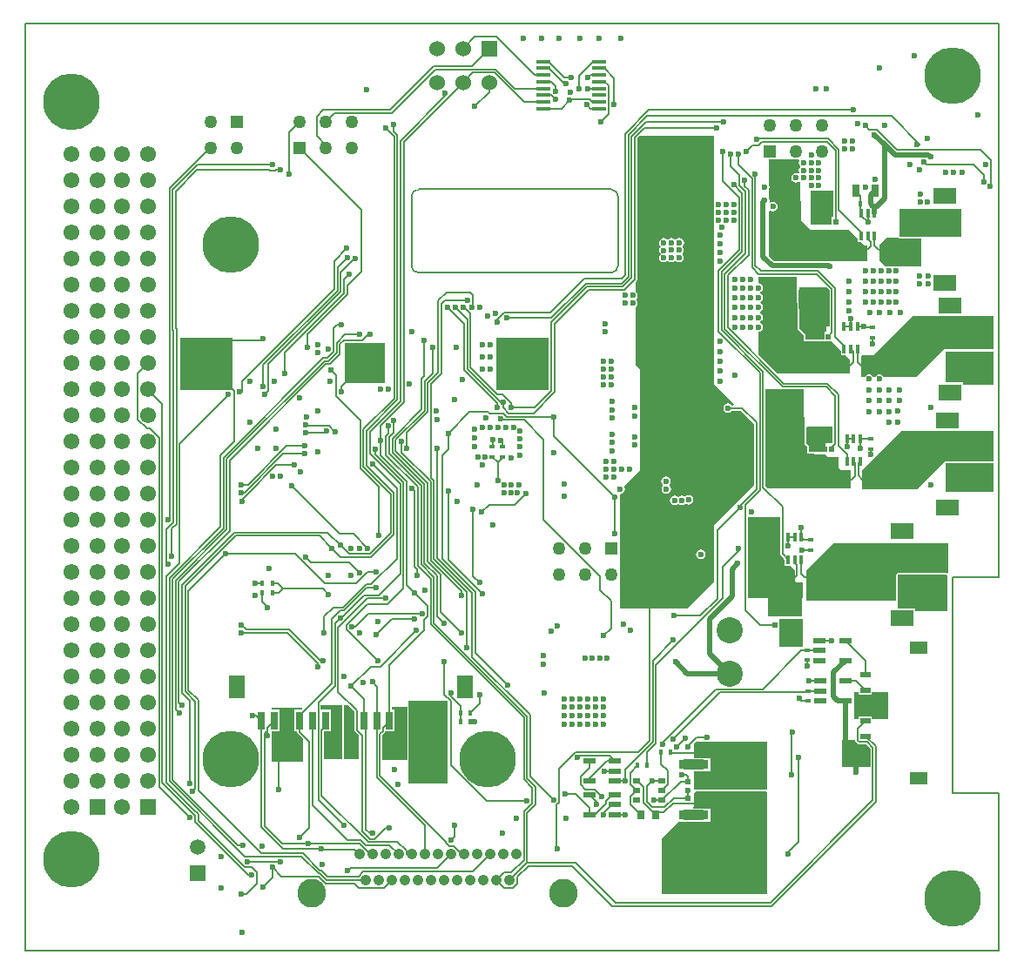
<source format=gbl>
G04*
G04 #@! TF.GenerationSoftware,Altium Limited,Altium Designer,18.1.9 (240)*
G04*
G04 Layer_Physical_Order=4*
G04 Layer_Color=16711680*
%FSLAX44Y44*%
%MOMM*%
G71*
G01*
G75*
%ADD11C,0.2000*%
%ADD14C,0.1524*%
%ADD16C,0.1520*%
%ADD18C,0.1500*%
%ADD19C,0.5000*%
%ADD21R,0.8000X1.3000*%
%ADD24R,0.4500X0.6000*%
%ADD25R,0.4000X0.6000*%
%ADD31R,0.6000X0.4000*%
%ADD32R,0.7000X1.8000*%
%ADD33R,1.6000X2.2000*%
%ADD37C,0.6000*%
%ADD40R,0.6000X0.4500*%
%ADD50R,0.7000X1.3000*%
%ADD67R,1.8000X0.7000*%
%ADD68R,2.2000X1.6000*%
%ADD69R,1.2200X0.6000*%
%ADD146C,1.0000*%
%ADD149C,1.0668*%
%ADD150C,2.7940*%
%ADD151C,1.2700*%
%ADD152R,1.2700X1.2700*%
%ADD153R,1.5240X1.5240*%
%ADD154C,1.5240*%
%ADD155C,2.5400*%
%ADD156R,1.5500X1.5500*%
%ADD157C,1.5500*%
%ADD158C,1.5000*%
%ADD159R,1.5000X1.5000*%
%ADD160C,5.5000*%
%ADD161R,5.0800X5.0800*%
%ADD162R,3.9600X3.9600*%
%ADD163R,0.3500X0.8500*%
%ADD164R,2.8000X1.0500*%
%ADD165R,5.0800X8.3300*%
%ADD166R,1.9100X10.8000*%
%ADD167R,1.0000X0.6000*%
%ADD168R,1.8000X1.2500*%
%ADD169R,0.5000X0.5600*%
%ADD170R,1.2100X0.5900*%
%ADD171R,1.8000X0.5600*%
%ADD172R,1.4000X0.3500*%
%ADD173R,0.5500X0.5500*%
%ADD174R,0.7500X0.9000*%
%ADD175R,1.2500X0.9000*%
%ADD176R,0.8000X0.5500*%
%ADD177R,0.8000X0.9000*%
G36*
X752607Y768350D02*
X752307Y766842D01*
X752658Y765077D01*
X753611Y763652D01*
X753622Y762549D01*
X752658Y761106D01*
X752307Y759341D01*
X752658Y757576D01*
X753022Y757033D01*
X752909Y756581D01*
X751461Y756022D01*
X751341Y756102D01*
X749576Y756453D01*
X747811Y756102D01*
X746314Y755102D01*
X745315Y753605D01*
X744964Y751840D01*
X745315Y750075D01*
X746314Y748578D01*
X747811Y747579D01*
X749576Y747227D01*
X751341Y747579D01*
X752496Y748350D01*
X753617Y747921D01*
X753771Y747791D01*
X754142Y711095D01*
X764197Y701040D01*
X795185D01*
Y701040D01*
X801336D01*
X809630Y692746D01*
Y689346D01*
X813030D01*
X816576Y685800D01*
X819115Y685800D01*
Y670560D01*
X728310Y670560D01*
X723138Y675732D01*
Y719515D01*
X724408Y720194D01*
X725239Y719639D01*
X727004Y719287D01*
X728769Y719639D01*
X730266Y720638D01*
X731265Y722135D01*
X731617Y723900D01*
X731265Y725665D01*
X730266Y727162D01*
X728769Y728161D01*
X727004Y728513D01*
X725239Y728161D01*
X724733Y727823D01*
X723589Y728587D01*
X723828Y729788D01*
X723477Y731553D01*
X723138Y732061D01*
Y740551D01*
X723454Y741023D01*
X723805Y742788D01*
X723454Y744553D01*
X723138Y745026D01*
Y769620D01*
X751924D01*
X752607Y768350D01*
D02*
G37*
G36*
X785899Y713714D02*
X784401D01*
Y706120D01*
X763524D01*
X763524Y739140D01*
X785899D01*
Y713714D01*
D02*
G37*
G36*
X910047Y694620D02*
X849884Y694620D01*
Y721853D01*
X910047D01*
Y694620D01*
D02*
G37*
G36*
X849884Y692970D02*
X870946Y692970D01*
X870946Y665718D01*
X848951D01*
X848833Y665797D01*
X847068Y666148D01*
X845303Y665797D01*
X845185Y665718D01*
X841607D01*
X841489Y665797D01*
X839724Y666148D01*
X837959Y665797D01*
X837841Y665718D01*
X836166D01*
X830388Y671497D01*
Y686624D01*
X837184Y693420D01*
X848799D01*
X849884Y692970D01*
D02*
G37*
G36*
X782070Y642844D02*
Y607958D01*
X781172Y607060D01*
X778885Y607060D01*
Y601954D01*
X776902D01*
Y594694D01*
X763005Y594694D01*
X762373Y594956D01*
X759052D01*
Y598277D01*
X758568Y599443D01*
X752628Y605384D01*
Y606142D01*
X752461D01*
X752090Y642851D01*
X752628Y643394D01*
X752628D01*
Y645486D01*
X779428D01*
X782070Y642844D01*
D02*
G37*
G36*
X941560Y585210D02*
X893237Y585210D01*
X866712Y558685D01*
X834210Y558682D01*
X833649Y559522D01*
X832153Y560522D01*
X830388Y560873D01*
X828623Y560522D01*
X827126Y559522D01*
X826565Y558681D01*
X824463Y558681D01*
X823901Y559522D01*
X822405Y560522D01*
X820640Y560873D01*
X818874Y560522D01*
X817378Y559522D01*
X816816Y558680D01*
X813698Y558680D01*
X812800Y559578D01*
X812800Y578222D01*
X813698Y579120D01*
X824770Y579120D01*
X862870Y617220D01*
X941560Y617220D01*
Y585210D01*
D02*
G37*
G36*
X750824Y604855D02*
X757402Y598277D01*
Y593306D01*
X762373D01*
X762635Y593044D01*
X783836Y593044D01*
X787600Y589280D01*
X787686D01*
Y589194D01*
X793022Y583858D01*
Y579436D01*
X797444D01*
X801624Y575256D01*
Y561340D01*
X731492D01*
X712858Y579974D01*
Y602009D01*
X714623Y602360D01*
X716119Y603360D01*
X717119Y604857D01*
X717470Y606622D01*
X717119Y608387D01*
X716119Y609883D01*
X714884Y610709D01*
X714778Y611213D01*
Y611616D01*
X714884Y612120D01*
X716119Y612945D01*
X717119Y614442D01*
X717470Y616207D01*
X717119Y617972D01*
X716119Y619469D01*
X714844Y620321D01*
X714731Y620962D01*
Y621078D01*
X714844Y621719D01*
X716119Y622571D01*
X717119Y624068D01*
X717470Y625833D01*
X717119Y627598D01*
X716119Y629094D01*
X714844Y629946D01*
X714731Y630588D01*
Y630704D01*
X714844Y631345D01*
X716119Y632197D01*
X717119Y633693D01*
X717470Y635459D01*
X717119Y637224D01*
X716119Y638720D01*
X714945Y639505D01*
X714871Y639779D01*
Y640643D01*
X714945Y640916D01*
X716119Y641701D01*
X717119Y643197D01*
X717470Y644963D01*
X717119Y646728D01*
X716119Y648224D01*
X714623Y649224D01*
X712858Y649575D01*
Y655320D01*
X750314D01*
X750824Y604855D01*
D02*
G37*
G36*
X941560Y550509D02*
X911704Y550509D01*
Y552844D01*
X895131D01*
X895131Y583094D01*
X941560D01*
Y550509D01*
D02*
G37*
G36*
X669544Y551460D02*
X689078Y531926D01*
X688592Y530753D01*
X687122D01*
X686662Y531441D01*
X685166Y532441D01*
X683401Y532792D01*
X681636Y532441D01*
X680139Y531441D01*
X679139Y529944D01*
X678788Y528179D01*
X679139Y526414D01*
X680139Y524918D01*
X681636Y523918D01*
X683401Y523567D01*
X685166Y523918D01*
X686662Y524918D01*
X687122Y525606D01*
X695398D01*
X708497Y512508D01*
Y453252D01*
X669544Y414300D01*
Y358820D01*
X643464Y332740D01*
X578104D01*
Y443745D01*
X578680Y444217D01*
X580445Y444569D01*
X581941Y445569D01*
X582941Y447065D01*
X583293Y448830D01*
X582941Y450595D01*
X582205Y451697D01*
X597869Y467360D01*
X597855Y565500D01*
X593344Y570010D01*
Y626430D01*
X594066Y626912D01*
X595065Y628409D01*
X595417Y630174D01*
X595065Y631939D01*
X594384Y632958D01*
X594167Y633854D01*
X594384Y634750D01*
X595065Y635769D01*
X595417Y637534D01*
X595065Y639300D01*
X594066Y640796D01*
X593344Y641278D01*
Y650754D01*
X594253Y651663D01*
X594758Y652419D01*
X594935Y653311D01*
Y790068D01*
X597347Y792480D01*
X669544D01*
X669544Y551460D01*
D02*
G37*
G36*
X785069Y510333D02*
Y494232D01*
X777901D01*
X777901Y486521D01*
X777003Y485622D01*
X767080Y485622D01*
X766807Y485736D01*
X762302D01*
Y490241D01*
X761818Y491407D01*
X759564Y493661D01*
X759405Y509431D01*
X760298Y510333D01*
X785069Y510333D01*
D02*
G37*
G36*
X735657Y546511D02*
X735693Y546487D01*
X735841Y546457D01*
X736585Y546309D01*
X757383D01*
X757921Y492971D01*
X760652Y490241D01*
Y484086D01*
X766807D01*
X767976Y482916D01*
X777948D01*
X780805Y480060D01*
X790936D01*
Y469929D01*
X793188Y467677D01*
X802640Y467677D01*
Y449580D01*
X722116D01*
X719735Y451961D01*
Y546511D01*
X735657D01*
D02*
G37*
G36*
X941560Y505460D02*
Y476086D01*
X894552Y476086D01*
X868046Y449460D01*
X814782Y449460D01*
X813884Y450358D01*
X813884Y467199D01*
X852145Y505460D01*
X941560Y505460D01*
D02*
G37*
G36*
Y446448D02*
X895131Y446448D01*
X895131Y474330D01*
X895237Y474437D01*
X941560Y474437D01*
Y446448D01*
D02*
G37*
G36*
X897382Y396480D02*
X897382Y368200D01*
X897340Y368135D01*
X896265Y367383D01*
X896115Y367351D01*
X895973Y367410D01*
X848634Y367410D01*
X847468Y366926D01*
X846984Y365760D01*
X846984Y340360D01*
X759460Y340360D01*
X759460Y370312D01*
X785628Y396480D01*
X897382Y396480D01*
D02*
G37*
G36*
X734107Y421640D02*
Y396108D01*
X734063Y395890D01*
Y391511D01*
X734107Y391292D01*
Y386058D01*
X734284Y385166D01*
X734789Y384410D01*
X737620Y381580D01*
X737622Y381348D01*
X738490Y380480D01*
Y374958D01*
X744012D01*
X748384Y370586D01*
X748384Y360216D01*
X749726Y358874D01*
X756175D01*
X756175Y342900D01*
X755650D01*
Y325120D01*
X722630D01*
Y342900D01*
X702561D01*
Y421640D01*
X734107Y421640D01*
D02*
G37*
G36*
X895973Y365760D02*
X896855Y364490D01*
X896602Y363220D01*
Y330200D01*
X865222Y330200D01*
Y333234D01*
X848634D01*
X848634Y365760D01*
X895973Y365760D01*
D02*
G37*
G36*
X756121Y295874D02*
X733261D01*
X733261Y312446D01*
X733414D01*
Y321094D01*
X733261D01*
Y322664D01*
X756121D01*
X756121Y295874D01*
D02*
G37*
G36*
X839470Y225924D02*
X823396D01*
Y228284D01*
X810348D01*
Y225924D01*
X806450D01*
X806450Y252123D01*
X810348D01*
Y249236D01*
X823396D01*
Y252123D01*
X839470D01*
X839470Y225924D01*
D02*
G37*
G36*
X320319Y232981D02*
Y214981D01*
X320497Y214089D01*
X321002Y213333D01*
X324344Y209991D01*
Y186749D01*
X309944D01*
Y239109D01*
X314192D01*
X320319Y232981D01*
D02*
G37*
G36*
X308295Y186749D02*
X308133Y186507D01*
X290529Y186507D01*
Y213476D01*
X296888D01*
Y234524D01*
X287481D01*
Y238867D01*
X308295Y238867D01*
Y186749D01*
D02*
G37*
G36*
X371384Y185477D02*
X347243Y185477D01*
Y210350D01*
X349298Y212405D01*
X349803Y213161D01*
X349866Y213476D01*
X359388D01*
Y234524D01*
X356695D01*
Y237837D01*
X371384Y237837D01*
Y185477D01*
D02*
G37*
G36*
X269310Y235675D02*
X268437Y234524D01*
X261840D01*
Y213476D01*
X264533D01*
Y213196D01*
X264711Y212304D01*
X265216Y211548D01*
X270036Y206728D01*
Y183967D01*
X239556Y183967D01*
X239556Y207628D01*
X239587Y207675D01*
X239938Y209440D01*
X239587Y211205D01*
X239556Y211252D01*
Y213476D01*
X246888D01*
Y234524D01*
X239556D01*
Y236327D01*
X269050Y236327D01*
X269310Y235675D01*
D02*
G37*
G36*
X807255Y204813D02*
X807432Y203921D01*
X807937Y203165D01*
X809277Y201826D01*
X810033Y201321D01*
X810925Y201143D01*
X817425D01*
X821827Y196742D01*
Y179031D01*
X793872D01*
X793872Y205230D01*
X807255D01*
Y204813D01*
D02*
G37*
G36*
X410948Y242719D02*
Y162669D01*
X373033D01*
Y243369D01*
X410299D01*
X410948Y242719D01*
D02*
G37*
G36*
X721541Y203137D02*
X721541Y156600D01*
X663404Y156600D01*
X651337D01*
X650404Y157414D01*
Y170700D01*
Y174600D01*
X658251D01*
X659955Y174824D01*
X660756Y175156D01*
X666025D01*
Y187204D01*
X660756D01*
X659955Y187536D01*
X658251Y187760D01*
X650404D01*
Y201865D01*
X651881Y203342D01*
X721541Y203137D01*
D02*
G37*
G36*
X720271Y154950D02*
X721541Y153680D01*
X721541Y55400D01*
X618781Y55400D01*
X618781Y109257D01*
X635580Y126056D01*
X639247D01*
X640048Y125724D01*
X641751Y125500D01*
X658251D01*
X659955Y125724D01*
X660756Y126056D01*
X666025D01*
Y138104D01*
X660756D01*
X659955Y138436D01*
X658251Y138660D01*
X649844D01*
X649358Y139834D01*
X650404Y140880D01*
X650404Y153962D01*
X650821Y154404D01*
X651674Y154950D01*
X663404D01*
X720271Y154950D01*
D02*
G37*
%LPC*%
G36*
X636016Y693461D02*
X634251Y693110D01*
X632754Y692110D01*
X631912D01*
X630415Y693110D01*
X628650Y693461D01*
X626885Y693110D01*
X625686Y692309D01*
X624840Y692188D01*
X623994Y692309D01*
X622795Y693110D01*
X621030Y693461D01*
X619265Y693110D01*
X617768Y692110D01*
X616768Y690613D01*
X616417Y688848D01*
X616768Y687083D01*
X617768Y685586D01*
Y684744D01*
X616768Y683247D01*
X616417Y681482D01*
X616768Y679717D01*
X617768Y678220D01*
Y677632D01*
X616768Y676135D01*
X616417Y674370D01*
X616768Y672605D01*
X617768Y671108D01*
X619265Y670108D01*
X621030Y669757D01*
X622795Y670108D01*
X623994Y670910D01*
X624840Y671030D01*
X625686Y670910D01*
X626885Y670108D01*
X628650Y669757D01*
X630415Y670108D01*
X631912Y671108D01*
X632474D01*
X633971Y670108D01*
X635736Y669757D01*
X637501Y670108D01*
X638998Y671108D01*
X639997Y672605D01*
X640349Y674370D01*
X639997Y676135D01*
X639322Y677146D01*
X639024Y678474D01*
X640023Y679971D01*
X640375Y681736D01*
X640023Y683501D01*
X639536Y684231D01*
X639278Y685586D01*
X640277Y687083D01*
X640629Y688848D01*
X640277Y690613D01*
X639278Y692110D01*
X637781Y693110D01*
X636016Y693461D01*
D02*
G37*
G36*
X622952Y461548D02*
X621186Y461197D01*
X619690Y460197D01*
X618690Y458700D01*
X618339Y456935D01*
X618690Y455170D01*
X619598Y453810D01*
X620054Y452588D01*
X619054Y451091D01*
X618703Y449326D01*
X619054Y447561D01*
X620054Y446064D01*
X621551Y445065D01*
X623316Y444713D01*
X625081Y445065D01*
X626578Y446064D01*
X627578Y447561D01*
X627929Y449326D01*
X627578Y451091D01*
X626669Y452451D01*
X626213Y453673D01*
X627213Y455170D01*
X627564Y456935D01*
X627213Y458700D01*
X626213Y460197D01*
X624717Y461197D01*
X622952Y461548D01*
D02*
G37*
G36*
X645160Y443271D02*
X643395Y442920D01*
X641898Y441920D01*
X641873Y441881D01*
X641564Y441666D01*
X640067Y442665D01*
X638302Y443017D01*
X636537Y442665D01*
X635040Y441666D01*
X635015Y441627D01*
X634706Y441412D01*
X633209Y442411D01*
X631444Y442763D01*
X629679Y442411D01*
X628182Y441412D01*
X627183Y439915D01*
X626831Y438150D01*
X627183Y436385D01*
X628182Y434888D01*
X629679Y433889D01*
X631444Y433537D01*
X633209Y433889D01*
X634706Y434888D01*
X634731Y434927D01*
X635040Y435142D01*
X636537Y434142D01*
X638302Y433791D01*
X640067Y434142D01*
X641564Y435142D01*
X641589Y435181D01*
X641898Y435396D01*
X643395Y434397D01*
X645160Y434045D01*
X646925Y434397D01*
X648422Y435396D01*
X649421Y436893D01*
X649773Y438658D01*
X649421Y440423D01*
X648422Y441920D01*
X646925Y442920D01*
X645160Y443271D01*
D02*
G37*
G36*
X656844Y390485D02*
X655079Y390134D01*
X653582Y389134D01*
X652582Y387638D01*
X652231Y385873D01*
X652582Y384108D01*
X653582Y382611D01*
X655079Y381611D01*
X656844Y381260D01*
X658609Y381611D01*
X660106Y382611D01*
X661105Y384108D01*
X661457Y385873D01*
X661105Y387638D01*
X660106Y389134D01*
X658609Y390134D01*
X656844Y390485D01*
D02*
G37*
%LPD*%
D11*
X464969Y522796D02*
X468053Y519712D01*
X461396Y522796D02*
X464969D01*
X461396Y522796D02*
X461396Y522796D01*
X451719Y522796D02*
X461396D01*
X450336Y524178D02*
X451719Y522796D01*
X432128Y524178D02*
X450336D01*
X468053Y519712D02*
X513174D01*
X513649Y519237D01*
Y500827D02*
Y519237D01*
X411370Y503420D02*
X432128Y524178D01*
X411370Y487847D02*
Y503420D01*
X405846Y482323D02*
X411370Y487847D01*
X405846Y381563D02*
Y482323D01*
Y381563D02*
X437858Y349551D01*
Y290106D02*
Y349551D01*
Y290106D02*
X469392Y258572D01*
X672846Y342358D02*
Y409194D01*
X656494Y326006D02*
X672846Y342358D01*
X630468Y326006D02*
X656494D01*
X573024Y405892D02*
Y441452D01*
X513649Y500827D02*
X573024Y441452D01*
X432364Y223018D02*
X437382D01*
X672846Y409194D02*
X694944Y431292D01*
Y433074D01*
X711070Y449200D01*
Y514226D01*
X697117Y528179D02*
X711070Y514226D01*
X683401Y528179D02*
X697117D01*
X231140Y595748D02*
X232528D01*
X246720Y189520D02*
X250768Y193568D01*
X246720Y157100D02*
Y189520D01*
X806712Y185781D02*
X808892D01*
X633399Y198799D02*
X641800Y207200D01*
X633399Y198500D02*
Y198799D01*
X644199Y198900D02*
Y199299D01*
X653000Y208100D01*
X663100D01*
X644001Y148630D02*
Y156398D01*
X638500Y171000D02*
X642800D01*
X644001Y169799D01*
Y164630D02*
Y169799D01*
D14*
X198900Y548640D02*
Y593598D01*
X228990D02*
X231140Y595748D01*
X198900Y593598D02*
X228990D01*
X627658Y192834D02*
X671420D01*
X553422Y157000D02*
X560324Y150098D01*
X358853Y537146D02*
Y792263D01*
X361901Y535884D02*
Y793525D01*
X364949Y534621D02*
Y787832D01*
X367997Y533358D02*
Y786570D01*
X328876Y507169D02*
X358853Y537146D01*
X328876Y470949D02*
Y507169D01*
X350520Y800596D02*
X358853Y792263D01*
X331924Y505906D02*
X361901Y535884D01*
X331924Y472211D02*
Y505906D01*
X358140Y797287D02*
X361901Y793525D01*
X335031Y504703D02*
X364949Y534621D01*
X335031Y484055D02*
Y504703D01*
X367997Y786570D02*
X425704Y844276D01*
X345646Y511007D02*
X367997Y533358D01*
X358346Y504181D02*
Y516162D01*
X353060Y503206D02*
Y510540D01*
X345646Y496885D02*
Y511007D01*
X307340Y543560D02*
Y548640D01*
X302054Y539599D02*
Y560243D01*
Y539599D02*
X325828Y515825D01*
X408572Y831455D02*
Y834620D01*
X364949Y787832D02*
X408572Y831455D01*
X358140Y797287D02*
Y804167D01*
X842395Y812009D02*
X869984Y784420D01*
X876300Y764540D02*
X922020D01*
X873760Y767080D02*
X876300Y764540D01*
X715306Y661638D02*
X770882D01*
X709854Y667090D02*
X715306Y661638D01*
X709854Y667090D02*
Y755726D01*
X712799Y658590D02*
X769620D01*
X706806Y664583D02*
X712799Y658590D01*
X706806Y664583D02*
Y751299D01*
X462280Y517272D02*
X463126Y516426D01*
X426796Y564999D02*
X459108Y532687D01*
Y528320D02*
Y532687D01*
X429844Y566261D02*
X462705Y533400D01*
X464820Y528465D02*
Y533400D01*
X454973Y491682D02*
Y497166D01*
X470251Y523034D02*
X494308D01*
X464820Y528465D02*
X470251Y523034D01*
X494308D02*
X514829Y543556D01*
X462705Y533400D02*
X464820D01*
X463126Y516426D02*
X484834D01*
X503936Y497324D01*
X454078Y490727D02*
X454953Y491602D01*
X812904Y715160D02*
X819404Y708660D01*
X812904Y715160D02*
Y717120D01*
X812440Y717584D02*
X812904Y717120D01*
X812440Y717584D02*
Y726440D01*
Y734337D01*
X807637Y739140D02*
X812440Y734337D01*
X503936Y419100D02*
Y497324D01*
X435548Y364552D02*
X441960Y358140D01*
X411370Y380686D02*
Y447040D01*
Y380686D02*
X444500Y347556D01*
X400812Y381950D02*
X434572Y348190D01*
X397256Y381196D02*
X429466Y348986D01*
X394208Y379933D02*
X424180Y349961D01*
X403558Y329730D02*
Y366273D01*
X391160Y378671D02*
X403558Y366273D01*
X400510Y325303D02*
Y365010D01*
X388112Y377408D02*
X400510Y365010D01*
X397462Y318716D02*
Y363748D01*
X385064Y376146D02*
X397462Y363748D01*
X394414Y317453D02*
Y362158D01*
X382016Y374556D02*
X394414Y362158D01*
X400812Y381950D02*
Y488893D01*
X397256Y381196D02*
Y457558D01*
X394797Y460017D02*
X397256Y457558D01*
X394208Y379933D02*
Y456296D01*
X365554Y484950D02*
X394208Y456296D01*
X391160Y378671D02*
Y455033D01*
X360076Y486117D02*
X391160Y455033D01*
X388112Y377408D02*
Y453770D01*
X357028Y484855D02*
X388112Y453770D01*
X385064Y376146D02*
Y452508D01*
X353980Y483592D02*
X385064Y452508D01*
X382016Y374556D02*
Y451245D01*
X350932Y482329D02*
X382016Y451245D01*
X426796Y564999D02*
Y609574D01*
X434572Y285917D02*
Y348190D01*
X429466Y294846D02*
Y348986D01*
X424180Y345440D02*
Y349961D01*
X435548Y364552D02*
Y429260D01*
X434572Y285917D02*
X490920Y229569D01*
X429260Y294640D02*
X429466Y294846D01*
X462554Y496487D02*
X464238Y494803D01*
X678184Y343049D02*
Y373892D01*
X613156Y278020D02*
X678184Y343049D01*
X613156Y202049D02*
Y278020D01*
X269823Y95065D02*
X286437Y78452D01*
X229183Y95065D02*
X269823D01*
X286437Y78452D02*
X288092D01*
X249212Y72356D02*
X285182D01*
X240284Y81284D02*
X249212Y72356D01*
X285182D02*
X291786Y65752D01*
X745284Y171744D02*
Y211884D01*
X746022Y212622D01*
X739876Y93980D02*
X741680D01*
X739876D02*
X751840Y105944D01*
Y187955D01*
X700230Y331010D02*
Y433713D01*
Y331010D02*
X714470Y316770D01*
X678184Y373892D02*
X693088Y388796D01*
Y391631D01*
X700230Y433713D02*
X714356Y447839D01*
X699768Y743595D02*
Y749300D01*
X694482Y744570D02*
Y754443D01*
Y744570D02*
X700286Y738766D01*
X699768Y743595D02*
X703334Y740029D01*
X685800Y763126D02*
X694482Y754443D01*
X688904Y745451D02*
X697238Y737117D01*
X678180Y748700D02*
X694190Y732690D01*
X693420Y764685D02*
X706806Y751299D01*
X693420Y764685D02*
Y774700D01*
X703334Y677179D02*
Y740029D01*
X683304Y657150D02*
X703334Y677179D01*
X700286Y678442D02*
Y738766D01*
X680256Y658412D02*
X700286Y678442D01*
X677208Y660444D02*
X697238Y680474D01*
Y737117D01*
X694190Y681971D02*
Y732690D01*
X678180Y748700D02*
Y777240D01*
X685800Y763126D02*
Y774700D01*
X683304Y606231D02*
Y657150D01*
X674160Y661941D02*
X694190Y681971D01*
X701040Y777240D02*
X707136Y783336D01*
X711464Y789350D02*
X712057Y789943D01*
X707136Y783336D02*
X712925D01*
X490920Y169287D02*
Y229569D01*
X397462Y318716D02*
X487872Y228306D01*
Y168025D02*
Y228306D01*
X394414Y317453D02*
X484824Y227043D01*
Y166762D02*
Y227043D01*
X714356Y447839D02*
Y562248D01*
X790754Y491499D02*
Y541060D01*
X780126Y551688D02*
X790754Y541060D01*
X737848Y551688D02*
X780126D01*
X350932Y501078D02*
X353060Y503206D01*
X350932Y482329D02*
Y501078D01*
X470854Y73372D02*
X471463D01*
X353980Y499815D02*
X358346Y504181D01*
X353980Y483592D02*
Y499815D01*
X204566Y404066D02*
X286084D01*
X262412Y386080D02*
X291234Y357258D01*
X194426Y386080D02*
X262412D01*
X336124Y276760D02*
X345183D01*
X317068Y257704D02*
X336124Y276760D01*
X229786Y120365D02*
Y224000D01*
X232834Y121627D02*
Y211737D01*
X235150Y214053D01*
X325434Y104346D02*
X335580Y94200D01*
X275892Y104346D02*
X325434D01*
X326141Y107950D02*
X331173Y102918D01*
X313368Y107950D02*
X326141D01*
X279194Y142125D02*
X313368Y107950D01*
X275590Y104648D02*
X275892Y104346D01*
X251091Y99060D02*
X288199D01*
X229786Y120365D02*
X251091Y99060D01*
X249813Y104648D02*
X275590D01*
X232834Y121627D02*
X249813Y104648D01*
X288199Y99060D02*
X288293Y98966D01*
X319855D01*
X327660Y593852D02*
X333248Y599440D01*
X335280D01*
X309719Y593852D02*
X327660D01*
X303338Y608900D02*
X307340D01*
X299926Y605488D02*
X303338Y608900D01*
X299926Y583020D02*
Y605488D01*
X283298Y792480D02*
Y811728D01*
Y792480D02*
X291934Y783844D01*
Y781173D02*
Y783844D01*
X425704Y844276D02*
Y844550D01*
X827975Y799159D02*
X848000Y779134D01*
X823587Y799159D02*
X827975D01*
X823512Y799084D02*
X823587Y799159D01*
X820720Y799084D02*
X823512D01*
X817164Y802640D02*
X820720Y799084D01*
X848000Y779134D02*
X929126D01*
X938530Y743806D02*
X939069Y744345D01*
Y769191D01*
X929126Y779134D02*
X939069Y769191D01*
X932180Y748538D02*
Y754380D01*
X931926Y748284D02*
X932180Y748538D01*
X209996Y445732D02*
X213152D01*
X407416Y249548D02*
X414020Y242944D01*
X407416Y249548D02*
Y281178D01*
X407162D02*
X407416D01*
X406908Y280924D02*
X407162Y281178D01*
X400510Y325303D02*
X407416Y318397D01*
X403558Y329730D02*
X424180Y309108D01*
X414020Y180556D02*
Y242944D01*
X344912Y170162D02*
X408734Y106340D01*
X341864Y168899D02*
X388304Y122459D01*
X344912Y170162D02*
Y211315D01*
X341864Y168899D02*
Y224000D01*
X414020Y180556D02*
X448579Y145997D01*
X408318Y632968D02*
X430276D01*
X476064Y433900D02*
X486664Y444500D01*
X451084Y433900D02*
X476064D01*
X443904Y426720D02*
X451084Y433900D01*
X216526Y74162D02*
X219964D01*
X165220Y125468D02*
X216526Y74162D01*
X225298Y65532D02*
Y76304D01*
X215166Y55400D02*
X225298Y65532D01*
X209804Y55400D02*
X215166D01*
X220318Y81284D02*
X225298Y76304D01*
X563227Y858483D02*
X572770Y848940D01*
Y823442D02*
Y848940D01*
X559816Y806704D02*
X567030Y813918D01*
X752348Y245618D02*
Y246126D01*
Y245618D02*
X754308Y243658D01*
X761238D01*
Y252658D02*
X761540Y252960D01*
X760226Y251646D02*
X761238Y252658D01*
X675826Y251646D02*
X760226D01*
X761540Y252960D02*
X772688D01*
X760730Y277114D02*
Y283303D01*
X717228Y254694D02*
X754837Y292303D01*
X671398Y254694D02*
X717228D01*
X754837Y292303D02*
X760730D01*
X760913Y292120D01*
X772368D01*
X559006Y350844D02*
Y364030D01*
X503936Y419100D02*
X559006Y364030D01*
X806712Y192451D02*
Y199121D01*
X824158Y146584D02*
Y197707D01*
X827206Y145322D02*
Y198969D01*
X818391Y203474D02*
X824158Y197707D01*
X725698Y43814D02*
X827206Y145322D01*
X817415Y208760D02*
X827206Y198969D01*
X724436Y46862D02*
X824158Y146584D01*
X816872Y208760D02*
X817415D01*
X810925Y203474D02*
X818391D01*
X664464Y118470D02*
X674624Y128630D01*
X664464Y67056D02*
Y118470D01*
X618451Y181900D02*
X625067Y175284D01*
X618451Y181900D02*
Y193040D01*
X625067Y161911D02*
Y175284D01*
X580130Y653758D02*
X583485Y657113D01*
X543268Y653758D02*
X580130D01*
X579967Y649284D02*
X586533Y655850D01*
X545168Y649284D02*
X579967D01*
X510613Y621103D02*
X543268Y653758D01*
X511702Y615817D02*
X545168Y649284D01*
X309880Y653288D02*
X314706Y658114D01*
X309880Y639917D02*
Y653288D01*
X326596Y660860D02*
Y721111D01*
X312928Y647192D02*
X326596Y660860D01*
X312928Y638654D02*
Y647192D01*
X582422Y643128D02*
X592605Y653311D01*
X586533Y655850D02*
Y793641D01*
X583485Y794903D02*
X606461Y817880D01*
X583485Y657113D02*
Y794903D01*
X429844Y566261D02*
Y614604D01*
X410514Y625856D02*
X426796Y609574D01*
X418592Y625856D02*
X429844Y614604D01*
X432542Y640588D02*
X434090Y639040D01*
X434086Y625856D02*
X435562Y627332D01*
Y637561D01*
X434086Y639036D02*
X435562Y637561D01*
X404972Y629622D02*
X408318Y632968D01*
X430276Y632714D02*
Y632968D01*
X459220Y611578D02*
Y614199D01*
X466124Y621103D02*
X510613D01*
X459220Y614199D02*
X466124Y621103D01*
X468314Y615817D02*
X511702D01*
X514829Y610333D02*
X547624Y643128D01*
X582422D01*
X592605Y653311D02*
Y791033D01*
X559006Y350844D02*
X569490Y340360D01*
X514829Y543556D02*
Y610333D01*
X404972Y561794D02*
Y629622D01*
X401526Y562658D02*
Y632509D01*
X409605Y640588D01*
X387858Y558748D02*
Y593598D01*
X409605Y640588D02*
X432542D01*
X385428Y556318D02*
X387858Y558748D01*
X385428Y526953D02*
Y556318D01*
X391524Y552656D02*
X401526Y562658D01*
X391524Y524427D02*
Y552656D01*
X371046Y503950D02*
X391524Y524427D01*
X394797Y551618D02*
X404972Y561794D01*
X394797Y460017D02*
Y551618D01*
X388476Y525690D02*
Y553918D01*
X434086Y639036D02*
X434090Y639040D01*
X712925Y783336D02*
X716484Y786895D01*
X602167Y800596D02*
X672604D01*
X266534Y781173D02*
X326596Y721111D01*
X306832Y660130D02*
X320056Y673354D01*
X321310D01*
X303784Y642442D02*
Y664764D01*
X306832Y641179D02*
Y660130D01*
X303784Y664764D02*
X313644Y674624D01*
X300736Y671322D02*
X312674Y683260D01*
X300736Y643704D02*
Y671322D01*
X574278Y46862D02*
X724436D01*
X535322Y85818D02*
X574278Y46862D01*
X487872Y85818D02*
X535322D01*
X571116Y43814D02*
X725698D01*
X532160Y82770D02*
X571116Y43814D01*
X489134Y82770D02*
X532160D01*
X627452Y193040D02*
X627658Y192834D01*
X604369Y160005D02*
X609972Y165608D01*
X272951Y504190D02*
X291798D01*
X293068Y505460D01*
X295257Y510746D02*
X300790Y505214D01*
X301390D01*
X273946Y510746D02*
X295257D01*
X272978Y511714D02*
X273946Y510746D01*
X464258Y490807D02*
Y494883D01*
X274320Y600046D02*
X312928Y638654D01*
X274320Y586740D02*
Y600046D01*
X242971Y759460D02*
X248100D01*
X242766Y759254D02*
X242971Y759460D01*
X238386Y759254D02*
X242766D01*
X238181Y759460D02*
X238386Y759254D01*
X166870Y759460D02*
X238181D01*
X146324Y738913D02*
X166870Y759460D01*
X143276Y740176D02*
X167640Y764540D01*
X240576D01*
X511177Y832483D02*
X515620Y828040D01*
X529664Y827556D02*
X530354Y828246D01*
X521590Y819483D02*
X529664Y827556D01*
X140228Y741733D02*
X179713Y781218D01*
X289827Y818257D02*
X355160D01*
X300570Y815209D02*
X356423D01*
X355160Y818257D02*
X397455Y860552D01*
X356423Y815209D02*
X398718Y857504D01*
X434086Y860552D02*
X451104Y877570D01*
X397455Y860552D02*
X434086D01*
X283298Y811728D02*
X289827Y818257D01*
X291934Y806573D02*
X300570Y815209D01*
X398718Y857504D02*
X457590D01*
X476112Y838983D01*
X503744D01*
X484801Y825983D02*
X503744D01*
X604901Y812009D02*
X634092D01*
X586533Y793641D02*
X604901Y812009D01*
X567030Y813918D02*
Y841761D01*
X592605Y791033D02*
X602167Y800596D01*
X548917Y828246D02*
X551180Y825983D01*
X530354Y828246D02*
X548917D01*
X551180Y825983D02*
X557744D01*
X515620Y835660D02*
Y841309D01*
X538480Y838200D02*
Y851202D01*
X546890Y838470D02*
X557231D01*
X503744Y832483D02*
X511177D01*
X503744Y819483D02*
X521590D01*
X511446Y845483D02*
X515620Y841309D01*
X503744Y845483D02*
X511446D01*
X509227Y864983D02*
X524433Y849777D01*
X503744Y864983D02*
X509227D01*
Y858483D02*
X524430Y843280D01*
X503744Y858483D02*
X509227D01*
X524433Y849777D02*
X530860D01*
X524430Y843280D02*
X525780D01*
X552261Y864983D02*
X557744D01*
X538480Y851202D02*
X552261Y864983D01*
X425704Y844550D02*
X435610Y854456D01*
X456328D01*
X484801Y825983D01*
X495164Y851983D02*
X503744D01*
X425704Y877570D02*
X437134Y889000D01*
X458147D01*
X495164Y851983D01*
X307340Y548640D02*
X330200Y571500D01*
X297180Y565117D02*
X302054Y560243D01*
X325828Y469686D02*
Y515825D01*
X297180Y565117D02*
X299679Y567616D01*
X569490Y313702D02*
Y340360D01*
X412421Y101820D02*
X416860D01*
X408734Y105506D02*
X412421Y101820D01*
X408734Y105506D02*
Y106340D01*
X414020Y107696D02*
X417578Y111254D01*
X344912Y211315D02*
X347650Y214053D01*
Y217286D01*
X354364Y224000D01*
X285150Y146650D02*
X309880Y121920D01*
X285150Y146650D02*
Y241389D01*
X288198Y151077D02*
X333310Y105966D01*
X361914D01*
X288198Y151077D02*
Y214538D01*
X350376Y119380D02*
X354364D01*
X340009Y109014D02*
X350376Y119380D01*
X335630Y109014D02*
X340009D01*
X328106Y116538D02*
X335630Y109014D01*
X335580Y94200D02*
X337504D01*
X361914Y105966D02*
X370524Y97356D01*
X331173Y102918D02*
X354186D01*
X362904Y94200D01*
X331154Y118426D02*
X335280Y114300D01*
X337820D01*
X328106Y116538D02*
Y209525D01*
X322650Y214981D02*
X328106Y209525D01*
X322650Y214981D02*
Y233947D01*
X304442Y252155D02*
X322650Y233947D01*
X304442Y252155D02*
Y314308D01*
X331154Y118426D02*
Y222210D01*
X329364Y224000D02*
X331154Y222210D01*
X388304Y94200D02*
Y122459D01*
X301394Y257633D02*
Y318736D01*
X285150Y241389D02*
X301394Y257633D01*
X304442Y314308D02*
X333033Y342900D01*
X301394Y318736D02*
X306368Y323710D01*
X298346Y260158D02*
Y323163D01*
X306206Y331024D02*
X310354D01*
X298346Y323163D02*
X306206Y331024D01*
X266864Y228676D02*
X298346Y260158D01*
X332391Y353060D02*
X341068D01*
X310354Y331024D02*
X332391Y353060D01*
X307351Y323710D02*
X329589Y345948D01*
X343688D01*
X306368Y323710D02*
X307351D01*
X309092Y334072D02*
X331636Y356616D01*
X299720Y334072D02*
X309092D01*
X290768Y325120D02*
X299720Y334072D01*
X290768Y309234D02*
Y325120D01*
X331636Y356616D02*
X336536D01*
X364578Y366838D02*
Y454509D01*
X343688Y345948D02*
X364578Y366838D01*
X333033Y342900D02*
X350204D01*
X332678Y337614D02*
X352393D01*
X312214Y317150D02*
X332678Y337614D01*
X312214Y312771D02*
Y317150D01*
X336536Y356616D02*
X361530Y381610D01*
X367626Y352846D02*
Y455771D01*
X370674Y355766D02*
Y457034D01*
X332872Y368624D02*
X341068D01*
X321506Y357258D02*
X332872Y368624D01*
X361530Y381610D02*
Y450081D01*
X266864Y224000D02*
Y228676D01*
X337504Y261620D02*
X341864Y257260D01*
Y224000D02*
Y257260D01*
X387906Y311772D02*
Y322010D01*
X354364Y278230D02*
X387906Y311772D01*
X354364Y224000D02*
Y278230D01*
X155504Y252436D02*
X165306Y242634D01*
Y157686D02*
Y242634D01*
X162560Y154940D02*
X165306Y157686D01*
X158552Y253699D02*
X168354Y243897D01*
Y155894D02*
Y243897D01*
Y155894D02*
X229183Y95065D01*
X152456Y251173D02*
X160020Y243609D01*
Y162560D02*
Y243609D01*
X152400Y238760D02*
Y238903D01*
X146360Y234640D02*
Y360443D01*
X143312Y166712D02*
Y361706D01*
X140264Y165326D02*
Y362968D01*
X137160Y163983D02*
Y364174D01*
X133398Y163435D02*
Y531660D01*
X130350Y159144D02*
Y498847D01*
X121197Y508000D02*
X130350Y498847D01*
X119604Y545453D02*
X133398Y531660D01*
X146360Y234640D02*
X149860Y231140D01*
X149408Y241895D02*
X152400Y238903D01*
X149408Y241895D02*
Y359180D01*
X206814Y103210D02*
X211564D01*
X143312Y166712D02*
X206814Y103210D01*
X140264Y165326D02*
X213573Y92017D01*
X137160Y163983D02*
X163249Y137894D01*
X133398Y163435D02*
X161987Y134846D01*
X162124D01*
X163249Y137894D02*
X163386D01*
X224412Y228952D02*
X229364Y224000D01*
X220980Y228952D02*
X224412D01*
X235150Y217286D02*
X235326Y217462D01*
X241864Y224000D01*
X235326Y209440D02*
Y217462D01*
X130350Y159144D02*
X159934Y129560D01*
X137160Y364174D02*
X150066Y377080D01*
X163386Y137894D02*
X168268Y133012D01*
X140264Y362968D02*
X189910Y412614D01*
X143312Y361706D02*
X192958Y411352D01*
X162124Y134846D02*
X165220Y131749D01*
X235150Y214053D02*
Y217286D01*
X229364Y224000D02*
X229786D01*
X279194Y142125D02*
Y223830D01*
X317068Y257704D02*
X329364Y245408D01*
Y224000D02*
Y245408D01*
X370524Y94200D02*
Y97356D01*
X289560Y221696D02*
X291864Y224000D01*
X289560Y215900D02*
Y221696D01*
X288198Y214538D02*
X289560Y215900D01*
X276146Y119862D02*
Y203914D01*
X266864Y110580D02*
X276146Y119862D01*
X266864Y213196D02*
Y224000D01*
Y213196D02*
X276146Y203914D01*
X284370Y276245D02*
Y279583D01*
X254581Y309372D02*
X284370Y279583D01*
X209996Y309372D02*
X254581D01*
X287468Y281940D02*
X289560D01*
X256988Y312420D02*
X287468Y281940D01*
X214716Y312420D02*
X256988D01*
X279194Y223830D02*
X279364Y224000D01*
X414020Y247288D02*
Y250924D01*
Y247288D02*
X423364Y237944D01*
Y231140D02*
Y237944D01*
X493035Y143807D02*
Y158551D01*
X484824Y166762D02*
X493035Y158551D01*
X496083Y142545D02*
Y159813D01*
X487872Y168025D02*
X496083Y159813D01*
X484824Y135596D02*
X493035Y143807D01*
X484824Y88584D02*
Y135596D01*
X487872Y134334D02*
X496083Y142545D01*
X487872Y85818D02*
Y134334D01*
X448579Y145997D02*
X487749D01*
X472660Y76420D02*
X484824Y88584D01*
X465774Y76420D02*
X472660D01*
X417578Y111254D02*
Y122112D01*
X423364Y228239D02*
Y231140D01*
Y223018D02*
Y228239D01*
X423429Y228304D01*
X490920Y169287D02*
X513649Y146558D01*
X357028Y498553D02*
X385428Y526953D01*
X360076Y497290D02*
X388476Y525690D01*
Y553918D02*
X396240Y561683D01*
X357028Y484855D02*
Y498553D01*
X371046Y489099D02*
Y503950D01*
X370840Y488893D02*
X371046Y489099D01*
X340360Y483037D02*
Y487680D01*
Y483037D02*
X367626Y455771D01*
X365554Y495194D02*
X365760Y495400D01*
X360076Y486117D02*
Y497290D01*
X345646Y482061D02*
X370674Y457034D01*
X345646Y482061D02*
Y496885D01*
X335031Y484055D02*
X364578Y454509D01*
X365554Y484950D02*
Y495194D01*
X337820Y473791D02*
X361530Y450081D01*
X331924Y472211D02*
X358482Y445653D01*
Y405128D02*
Y445653D01*
X328876Y470949D02*
X355434Y444391D01*
Y406390D02*
Y444391D01*
X325828Y469686D02*
X343854Y451660D01*
Y403860D02*
Y451660D01*
X370674Y355766D02*
X378460Y347980D01*
X375960Y449827D02*
X378539Y447247D01*
Y373722D02*
Y447247D01*
X352393Y337614D02*
X367626Y352846D01*
X336520Y383166D02*
X358482Y405128D01*
X335257Y386214D02*
X355434Y406390D01*
X396240Y561683D02*
Y586740D01*
X606461Y817880D02*
X636524D01*
X293666Y576760D02*
X299926Y583020D01*
X302974Y591417D02*
X310997Y599440D01*
X302974Y581758D02*
Y591417D01*
X294928Y573712D02*
X302974Y581758D01*
X306022Y590155D02*
X309719Y593852D01*
X306022Y580495D02*
Y590155D01*
X296191Y570664D02*
X306022Y580495D01*
X292551Y570664D02*
X296191D01*
X291289Y573712D02*
X294928D01*
X290026Y576760D02*
X293666D01*
X310997Y599440D02*
X324804D01*
X192958Y479692D02*
X290026Y576760D01*
X196006Y478430D02*
X291289Y573712D01*
X199054Y477167D02*
X292551Y570664D01*
X236426Y570773D02*
X306832Y641179D01*
X236426Y544985D02*
Y570773D01*
X198900Y548640D02*
X202994Y544546D01*
Y495381D02*
Y544546D01*
X251966Y582003D02*
X309880Y639917D01*
X231140Y569798D02*
X303784Y642442D01*
X210820Y553788D02*
X300736Y643704D01*
X563308Y845483D02*
X567030Y841761D01*
X557744Y845483D02*
X563308D01*
X557744Y858483D02*
X563227D01*
X557231Y838470D02*
X557744Y838983D01*
X716484Y786895D02*
X779679D01*
X788230Y778344D01*
X922020Y764540D02*
X932180Y754380D01*
X784176Y488410D02*
Y489703D01*
X809586Y216474D02*
X816872Y223760D01*
X809586Y204813D02*
Y216474D01*
Y204813D02*
X810925Y203474D01*
X772368Y301620D02*
X784078D01*
X806712Y185781D02*
Y192451D01*
X799482Y199121D02*
X806712D01*
X808892Y185781D02*
X816872Y193760D01*
X378539Y373722D02*
X381000Y371261D01*
Y365104D02*
Y371261D01*
X385874Y327866D02*
X386080Y327660D01*
X380014Y311590D02*
X380248D01*
X387906Y322010D02*
X391366Y325471D01*
X380294Y347050D02*
X391366Y335978D01*
Y325471D02*
Y335978D01*
X634092Y812009D02*
X842395Y812009D01*
X146324Y605603D02*
Y738913D01*
X143276Y604341D02*
Y740176D01*
X140228Y603078D02*
Y741733D01*
Y603078D02*
X140922Y602384D01*
Y421338D02*
Y602384D01*
X143276Y604341D02*
X143970Y603647D01*
Y416911D02*
Y603647D01*
X146324Y605603D02*
X147018Y604909D01*
Y415648D02*
Y604909D01*
X138684Y419100D02*
X140922Y421338D01*
X458154Y68800D02*
X465959Y60995D01*
X473826D01*
X478474Y65644D01*
Y72109D01*
X489134Y82770D01*
X458154Y68800D02*
X465774Y76420D01*
X470854Y68800D02*
X487872Y85818D01*
X790754Y491499D02*
X799084Y483169D01*
Y476331D02*
Y483169D01*
X518935Y144368D02*
Y177183D01*
X333869Y327866D02*
X385874D01*
X168268Y126730D02*
Y133012D01*
Y126730D02*
X213715Y81284D01*
X524929Y152400D02*
X535511D01*
X548504Y139407D01*
Y132740D02*
Y139407D01*
X619760Y203055D02*
X671398Y254694D01*
X619760Y200660D02*
Y203055D01*
X629920Y205740D02*
X675826Y251646D01*
X671420Y192834D02*
X674864Y189390D01*
X562364Y306576D02*
X569490Y313702D01*
X604369Y193262D02*
X613156Y202049D01*
X604369Y180340D02*
Y193262D01*
X607060Y372729D02*
X622952Y388620D01*
X607060Y204574D02*
Y372729D01*
X595732Y193246D02*
X607060Y204574D01*
X736438Y395933D02*
Y431963D01*
X736394Y395890D02*
X736438Y395933D01*
X736394Y391511D02*
Y395890D01*
Y391511D02*
X736438Y391467D01*
Y386058D02*
Y391467D01*
Y386058D02*
X741764Y380732D01*
X717404Y450996D02*
X736438Y431963D01*
X717404Y450996D02*
Y563511D01*
X714470Y316770D02*
X729390D01*
X741764Y380732D02*
Y384117D01*
X757352Y400144D02*
X763539D01*
X754764Y402732D02*
X757352Y400144D01*
X758156Y363220D02*
X762864D01*
X754764Y366612D02*
X758156Y363220D01*
X754764Y366612D02*
Y380732D01*
X748264Y377100D02*
X750325Y375039D01*
Y365161D02*
Y375039D01*
X748384Y363220D02*
X750325Y365161D01*
X741680Y393700D02*
Y402648D01*
X741764Y402732D01*
X754764D02*
Y411480D01*
X805260Y572596D02*
Y582746D01*
X801624Y568960D02*
X805260Y572596D01*
X802796Y585210D02*
X805260Y582746D01*
X798736Y568960D02*
X801624D01*
X812800D02*
X817736D01*
X809296Y572464D02*
X812800Y568960D01*
X809296Y572464D02*
Y585210D01*
X787449Y597579D02*
Y645072D01*
Y597579D02*
X796296Y588732D01*
Y585210D02*
Y588732D01*
X770882Y661638D02*
X787449Y645072D01*
X784401Y601105D02*
Y643810D01*
X769620Y658590D02*
X784401Y643810D01*
X780926Y597630D02*
X784401Y601105D01*
X778864Y548640D02*
X787400Y540104D01*
Y492927D02*
Y540104D01*
X784176Y489703D02*
X787400Y492927D01*
X356808Y322580D02*
X378460D01*
X345183Y276760D02*
X380014Y311590D01*
X341568Y307340D02*
X356808Y322580D01*
X320963Y314960D02*
X333869Y327866D01*
X636524Y817880D02*
X805180Y817880D01*
X712057Y789943D02*
X780981D01*
X546890Y849777D02*
X546958D01*
X213152Y445732D02*
X251086Y483666D01*
X272246D01*
X254300Y491190D02*
X271964D01*
X216509Y453400D02*
X254300Y491190D01*
X209804Y453400D02*
X216509D01*
X155504Y355004D02*
X204566Y404066D01*
X294154Y407114D02*
X306368Y394900D01*
X203304Y407114D02*
X294154D01*
X152456Y356266D02*
X203304Y407114D01*
X286084Y404066D02*
X298519Y391631D01*
X158552Y350206D02*
X194426Y386080D01*
X158552Y253699D02*
Y350206D01*
X291234Y357258D02*
X321506D01*
X317500Y314960D02*
X320963D01*
X210820Y543708D02*
Y553788D01*
X208280Y543560D02*
X210672D01*
X210820Y543708D01*
X197485Y540385D02*
Y541020D01*
X150066Y492966D02*
X197485Y540385D01*
X150066Y377080D02*
Y492966D01*
X189910Y482297D02*
X202994Y495381D01*
X189910Y412614D02*
Y482297D01*
X232521Y541080D02*
X236426Y544985D01*
X231140Y548699D02*
Y569798D01*
X251966Y561340D02*
Y582003D01*
X192958Y411352D02*
Y479692D01*
X196006Y410089D02*
Y478430D01*
X146360Y360443D02*
X196006Y410089D01*
X199054Y408827D02*
Y477167D01*
X518935Y177183D02*
X534998Y193246D01*
X516938Y142372D02*
X518935Y144368D01*
X516938Y99266D02*
Y142372D01*
X142240Y410870D02*
X147018Y415648D01*
X136954Y409894D02*
X143970Y416911D01*
X136954Y377638D02*
Y409894D01*
Y377638D02*
X138684Y375908D01*
X142240Y383540D02*
Y410870D01*
X149408Y359180D02*
X199054Y408827D01*
X209996Y317140D02*
X214716Y312420D01*
X306984Y383166D02*
X336520D01*
X315009Y386214D02*
X335257D01*
X788230Y709585D02*
Y778344D01*
X791278Y720677D02*
Y779646D01*
X780981Y789943D02*
X791278Y779646D01*
X816872Y268760D02*
Y282216D01*
X797468Y301620D02*
X816872Y282216D01*
X342939Y282046D02*
X342994D01*
X312214Y312771D02*
X342939Y282046D01*
X298519Y391631D02*
X306984Y383166D01*
X306368Y394855D02*
X315009Y386214D01*
X306368Y394855D02*
Y394900D01*
X155504Y252436D02*
Y355004D01*
X152456Y251173D02*
Y356266D01*
X235568Y333800D02*
Y334400D01*
X230268Y339700D02*
X235568Y334400D01*
X230268Y339700D02*
Y348344D01*
X534998Y193246D02*
X595732D01*
X537188Y187960D02*
X539194Y189966D01*
X118211Y508000D02*
X121197D01*
X320400Y98604D02*
X324804Y94200D01*
X320217Y98604D02*
X320400D01*
X319855Y98966D02*
X320217Y98604D01*
X416860Y101820D02*
X424480Y94200D01*
X426404D01*
X370524D02*
X375604D01*
X288092Y78452D02*
X294011Y72533D01*
X268561Y92017D02*
X285174Y75404D01*
X213573Y92017D02*
X268561D01*
X286445Y75404D02*
X293049Y68800D01*
X285174Y75404D02*
X286445D01*
X294011Y72533D02*
X324017D01*
X328914Y77430D01*
X540118Y161733D02*
X544851Y157000D01*
X540118Y161733D02*
Y169627D01*
X539194Y189966D02*
X568118D01*
X573404Y184680D01*
X516938Y99266D02*
X517144Y99060D01*
X470854Y68800D02*
Y73372D01*
X435034Y77430D02*
X451804Y94200D01*
X328914Y77430D02*
X435034D01*
X109568Y561564D02*
X119604Y571600D01*
X109568Y516643D02*
Y561564D01*
Y516643D02*
X118211Y508000D01*
X119604Y545453D02*
Y546200D01*
X247694Y86570D02*
X247904Y86360D01*
X215904Y86570D02*
X247694D01*
X240284Y71530D02*
Y81284D01*
X231004Y62250D02*
X240284Y71530D01*
X165220Y125468D02*
Y131749D01*
X213715Y81284D02*
X220318D01*
X289244Y352552D02*
X294832Y346964D01*
X761928Y262420D02*
X772648D01*
X772688Y262460D01*
X799907Y652560D02*
X801288Y651179D01*
X555244Y142240D02*
Y145000D01*
X560324Y149860D02*
Y150098D01*
X683304Y606231D02*
X737848Y551688D01*
X680256Y604969D02*
X736585Y548640D01*
X677208Y603707D02*
X717404Y563511D01*
X674160Y602444D02*
X714356Y562248D01*
X680256Y604969D02*
Y658412D01*
X677208Y603707D02*
Y660444D01*
X674160Y602444D02*
Y661941D01*
X313644Y77870D02*
X316824Y81050D01*
X293049Y68800D02*
X331154D01*
X291786Y65752D02*
X320012D01*
X316824Y81050D02*
X400554D01*
X413704Y94200D01*
X348934Y61180D02*
X356554Y68800D01*
X324584Y61180D02*
X348934D01*
X411780Y94200D02*
X413704D01*
X320012Y65752D02*
X324584Y61180D01*
X619264Y146608D02*
X637286Y164630D01*
X630786Y148630D02*
X644001D01*
X621956Y139800D02*
X630786Y148630D01*
X629596Y143130D02*
X674624D01*
X621087Y134620D02*
X629596Y143130D01*
X609972Y165608D02*
X618781D01*
X611124Y146608D02*
X618781D01*
X604369Y145175D02*
X609744Y139800D01*
X604369Y145175D02*
Y160005D01*
X601067Y144057D02*
Y159805D01*
Y144057D02*
X613044Y132080D01*
X637286Y164630D02*
X644001D01*
X615584Y134620D02*
X621087D01*
X609744Y139800D02*
X621956D01*
X565018Y143729D02*
Y146187D01*
X554030Y132740D02*
X565018Y143729D01*
X548504Y132740D02*
X554030D01*
X565018Y146187D02*
X570571Y151740D01*
X544851Y157000D02*
X553422D01*
X540118Y169627D02*
X548504Y178013D01*
Y184680D01*
X565468D02*
X573404D01*
X548504Y167716D02*
X565468Y184680D01*
X548504Y165680D02*
Y167716D01*
Y151740D02*
X555244Y145000D01*
X570571Y151740D02*
X573404D01*
X570571Y142240D02*
X573404D01*
X562100Y133768D02*
X570571Y142240D01*
X562100Y132740D02*
Y133768D01*
X588495Y173466D02*
X595369Y180340D01*
X588495Y161911D02*
Y173466D01*
Y161911D02*
X594298Y156108D01*
X594781D01*
X588264Y150074D02*
X594298Y156108D01*
X588264Y142860D02*
Y150074D01*
Y142860D02*
X599044Y132080D01*
X573404Y132740D02*
X583215D01*
X583545Y132410D01*
X613044Y132080D02*
X615584Y134620D01*
X595264Y165608D02*
X601067Y159805D01*
X563444Y175180D02*
X573404D01*
X575864Y172720D01*
X594781Y165608D02*
X595264D01*
X592529D02*
X594781D01*
X619264Y156108D02*
X625067Y161911D01*
X618781Y156108D02*
X619264D01*
X618781Y146608D02*
X619264D01*
X250636Y352552D02*
X289244D01*
X246428Y348344D02*
X250636Y352552D01*
X240268Y348344D02*
X246428D01*
X245224Y357964D02*
X250636Y352552D01*
X240428Y357964D02*
X245224D01*
X791278Y720677D02*
X812904Y699051D01*
X813884Y458678D02*
X818384D01*
X810324Y462238D02*
X813884Y458678D01*
X810324Y462238D02*
Y474571D01*
X807276Y461974D02*
Y474639D01*
X803980Y458678D02*
X807276Y461974D01*
X799384Y458678D02*
X803980D01*
X821868Y685064D02*
Y689936D01*
X819404Y692400D02*
X821868Y689936D01*
X819404Y692400D02*
Y695120D01*
X825904Y686260D02*
X833984Y678180D01*
X825904Y686260D02*
Y695120D01*
X814984Y678180D02*
X821868Y685064D01*
X805584Y476331D02*
X807276Y474639D01*
X810324Y474571D02*
X812084Y476331D01*
X743864Y363220D02*
X748384D01*
X748264Y377100D02*
Y380732D01*
X736585Y548640D02*
X778864D01*
X223268Y357700D02*
X223532Y357964D01*
X230428D01*
X788230Y709585D02*
X788425Y709390D01*
X741764Y402732D02*
X748264D01*
X755616Y390144D02*
X763539D01*
X812084Y489142D02*
Y498331D01*
X812164Y498251D01*
X821999D01*
Y482877D02*
Y488251D01*
X823663Y590290D02*
Y596622D01*
X812904Y695120D02*
Y699051D01*
X819404Y708660D02*
Y717120D01*
X546958Y849777D02*
X549164Y851983D01*
X557744D01*
X768925Y726440D02*
Y734060D01*
Y709390D02*
Y726440D01*
X775425D02*
Y734300D01*
X781925Y726440D02*
Y734060D01*
Y709390D02*
Y726440D01*
X775425Y709390D02*
Y726440D01*
D16*
X294640Y585210D02*
X296024D01*
X459740Y475165D02*
X464258Y479683D01*
Y480807D01*
X459740Y457353D02*
Y475165D01*
X454098Y480807D02*
X459740Y475165D01*
X610110Y282450D02*
X629920Y302260D01*
X610110Y203317D02*
Y282450D01*
X583184Y176391D02*
X610110Y203317D01*
X583184Y165680D02*
Y176391D01*
X451104Y835406D02*
Y844550D01*
X437134Y821436D02*
X451104Y835406D01*
X400083Y524941D02*
X400659D01*
X256540Y755300D02*
Y796579D01*
X266534Y806573D01*
X546100Y822960D02*
X549577Y819483D01*
X557744D01*
X441898Y240674D02*
Y248920D01*
X432364Y231140D02*
X441898Y240674D01*
X802796Y607210D02*
Y614680D01*
X815340Y607060D02*
X815778Y606622D01*
X823663D01*
X809445Y607060D02*
X815340D01*
X809296Y607210D02*
X809445Y607060D01*
X796296Y607210D02*
X802796D01*
X799084Y490644D02*
Y498331D01*
X805584D01*
X808172Y262460D02*
X816872Y253760D01*
X797788Y262460D02*
X808172D01*
X576580Y733724D02*
G03*
X569484Y740820I-7096J0D01*
G01*
X382680Y740820D02*
G03*
X375604Y733744I-0J-7076D01*
G01*
X375604Y666558D02*
G03*
X382642Y659520I7038J0D01*
G01*
X569299Y659520D02*
G03*
X576580Y666801I0J7281D01*
G01*
X382680Y740820D02*
X569484Y740820D01*
X375604Y733744D02*
X375604Y666558D01*
X382642Y659520D02*
X569299Y659520D01*
X576580Y666801D02*
X576580Y733724D01*
X946658Y363220D02*
Y901700D01*
X0D02*
X946658D01*
X0Y0D02*
Y901700D01*
Y0D02*
X946658D01*
Y153670D01*
X901700D02*
X946658D01*
X901700D02*
Y363220D01*
X946658D01*
D18*
X458745Y541654D02*
X464025D01*
X472440Y533239D01*
Y528320D02*
X495300D01*
X472440D02*
Y533239D01*
X432880Y567519D02*
X458745Y541654D01*
X305710Y405490D02*
X319078D01*
X259080Y452120D02*
X305710Y405490D01*
X212181Y440458D02*
X215270Y443548D01*
X212172Y440458D02*
X212181D01*
X215270Y443548D02*
Y443557D01*
X210820Y439107D02*
X212172Y440458D01*
X581224Y646248D02*
X589569Y654593D01*
X426284Y625856D02*
X426627D01*
X432731Y619752D01*
X432880D01*
Y567519D02*
Y619752D01*
X511793Y611615D02*
X546426Y646248D01*
X581224D01*
X511793Y544813D02*
Y611615D01*
X589569Y654593D02*
Y792383D01*
X603419Y806233D02*
X679378D01*
X495300Y528320D02*
X511793Y544813D01*
X589569Y792383D02*
X603419Y806233D01*
X210820Y436880D02*
Y439107D01*
X215270Y443557D02*
X244153Y472440D01*
X261620D01*
X319078Y405490D02*
X333068Y391500D01*
X314911Y377925D02*
X324804Y368032D01*
X278043Y377925D02*
X314911D01*
X272568Y383400D02*
X278043Y377925D01*
X573404Y165680D02*
X583184D01*
D19*
X825904Y722526D02*
X828040Y724662D01*
X717550Y711200D02*
Y728122D01*
Y675518D02*
Y711200D01*
X726644Y666424D02*
X781515D01*
X782320Y665619D01*
X717550Y675518D02*
X726644Y666424D01*
X717550Y728122D02*
X719216Y729788D01*
X825904Y717120D02*
Y722526D01*
X835660Y732282D02*
Y783990D01*
X828040Y724662D02*
X835660Y732282D01*
X878476Y774104D02*
X880364Y772216D01*
X845546Y774104D02*
X878476D01*
X835660Y783990D02*
X845546Y774104D01*
X825777Y793873D02*
X835660Y783990D01*
X822440Y734942D02*
X826637Y739140D01*
X822440Y726440D02*
Y734942D01*
Y726440D02*
X824218Y724662D01*
X828040D01*
X687504Y344604D02*
Y346860D01*
X665480Y322580D02*
X687504Y344604D01*
X665480Y289050D02*
Y322580D01*
X687504Y371218D02*
X693044Y376757D01*
X687504Y346860D02*
Y371218D01*
X799482Y185781D02*
Y192451D01*
Y199121D01*
X806712Y185781D02*
X807434Y185058D01*
Y173947D02*
Y185058D01*
X797788Y200814D02*
Y243460D01*
Y200814D02*
X799482Y199121D01*
X643902Y269680D02*
X684850D01*
X632178Y281404D02*
X643902Y269680D01*
X665480Y289050D02*
X684850Y269680D01*
X790320Y243460D02*
X797788D01*
X786088Y247692D02*
X790320Y243460D01*
X786088Y247692D02*
Y271240D01*
X797468Y282620D01*
D21*
X807637Y739140D02*
D03*
X826637D02*
D03*
D24*
X822440Y726440D02*
D03*
X812440D02*
D03*
X230428Y357964D02*
D03*
X240428D02*
D03*
X230268Y348344D02*
D03*
X240268D02*
D03*
D25*
X432364Y231140D02*
D03*
X423364D02*
D03*
Y223018D02*
D03*
X432364D02*
D03*
X618451Y193040D02*
D03*
X627452D02*
D03*
X604369Y180340D02*
D03*
X595369D02*
D03*
D31*
X761238Y243658D02*
D03*
Y252658D02*
D03*
X760730Y283303D02*
D03*
Y292303D02*
D03*
D32*
X404364Y224000D02*
D03*
X391864D02*
D03*
X366864D02*
D03*
X379364D02*
D03*
X329364D02*
D03*
X316864D02*
D03*
X341864D02*
D03*
X354364D02*
D03*
X291864D02*
D03*
X304364D02*
D03*
X241864D02*
D03*
X229364D02*
D03*
X279364D02*
D03*
X254364D02*
D03*
X266864D02*
D03*
D33*
X427864Y257000D02*
D03*
X205864D02*
D03*
D37*
X641800Y207200D02*
D03*
X663100Y208100D02*
D03*
X294640Y585210D02*
D03*
X375960Y602374D02*
D03*
X373380Y551180D02*
D03*
X345440Y546100D02*
D03*
X353060D02*
D03*
X358346Y516162D02*
D03*
X353060Y510540D02*
D03*
X307340Y543560D02*
D03*
X472351Y479730D02*
D03*
X481202Y482025D02*
D03*
X447040Y480681D02*
D03*
X437154Y490220D02*
D03*
Y498847D02*
D03*
Y507474D02*
D03*
X444500Y508903D02*
D03*
X452120D02*
D03*
X459740D02*
D03*
X467360D02*
D03*
X474980D02*
D03*
X481202Y505460D02*
D03*
Y497840D02*
D03*
Y490220D02*
D03*
X440289Y480681D02*
D03*
X444500Y472440D02*
D03*
X717550Y711200D02*
D03*
X782320Y665619D02*
D03*
X873760Y767080D02*
D03*
X462280Y517272D02*
D03*
X472440Y528320D02*
D03*
X459108D02*
D03*
X448048Y518654D02*
D03*
X462574Y496567D02*
D03*
X454973Y497166D02*
D03*
X464820Y533400D02*
D03*
X513649Y519237D02*
D03*
X830388Y858758D02*
D03*
X828040Y724662D02*
D03*
X816940Y742788D02*
D03*
X480060Y453281D02*
D03*
X478842Y445822D02*
D03*
X472351D02*
D03*
Y453311D02*
D03*
X465904D02*
D03*
X439504D02*
D03*
X420054Y436880D02*
D03*
X411370Y447040D02*
D03*
X459740Y457353D02*
D03*
X454804Y414020D02*
D03*
X441960Y358140D02*
D03*
X444500Y347556D02*
D03*
X435548Y429260D02*
D03*
X629920Y302260D02*
D03*
X211040Y18000D02*
D03*
X190500Y91440D02*
D03*
X660400Y199121D02*
D03*
X668020D02*
D03*
X745284Y171744D02*
D03*
X746022Y212622D02*
D03*
X741680Y93980D02*
D03*
X751840Y187955D02*
D03*
X706120Y426720D02*
D03*
X693044Y376757D02*
D03*
X693088Y391631D02*
D03*
X656844Y385873D02*
D03*
X699768Y749300D02*
D03*
X688904Y745451D02*
D03*
X709854Y755726D02*
D03*
X685800Y774700D02*
D03*
X719192Y742788D02*
D03*
X719216Y729788D02*
D03*
X727004Y723900D02*
D03*
X678180Y777240D02*
D03*
X693420Y774700D02*
D03*
X701040Y777240D02*
D03*
X711464Y789350D02*
D03*
X573024Y441452D02*
D03*
Y405892D02*
D03*
X469392Y258572D02*
D03*
X437382Y223018D02*
D03*
X630468Y326006D02*
D03*
X645160Y438658D02*
D03*
X638302Y438404D02*
D03*
X631444Y438150D02*
D03*
X623316Y449326D02*
D03*
X622952Y456935D02*
D03*
X694944Y431292D02*
D03*
X683401Y528179D02*
D03*
X275590Y104648D02*
D03*
X288199Y99060D02*
D03*
X335280Y599440D02*
D03*
X408572Y834620D02*
D03*
X437134Y821436D02*
D03*
X938530Y743806D02*
D03*
X931926Y748284D02*
D03*
X209996Y445732D02*
D03*
X407416Y281178D02*
D03*
Y318397D02*
D03*
X403966Y202510D02*
D03*
X396240D02*
D03*
X388514D02*
D03*
X380788D02*
D03*
X365686Y193760D02*
D03*
X358140D02*
D03*
X424180Y309108D02*
D03*
X219964Y74162D02*
D03*
X400812Y488893D02*
D03*
X572770Y823442D02*
D03*
X559816Y806704D02*
D03*
X358140Y804167D02*
D03*
X572230Y460834D02*
D03*
X752348Y246126D02*
D03*
X760730Y277114D02*
D03*
X578680Y448830D02*
D03*
X799482Y192451D02*
D03*
Y199121D02*
D03*
X806712D02*
D03*
Y192451D02*
D03*
Y185781D02*
D03*
X807434Y173947D02*
D03*
X687458Y472440D02*
D03*
Y482025D02*
D03*
Y491610D02*
D03*
X564514Y476000D02*
D03*
Y468190D02*
D03*
X572134Y476000D02*
D03*
Y468190D02*
D03*
X564514Y460834D02*
D03*
X579780Y468190D02*
D03*
X570755Y526396D02*
D03*
X593131Y500170D02*
D03*
X593131Y492170D02*
D03*
X570854Y486502D02*
D03*
X314706Y658114D02*
D03*
X590804Y637534D02*
D03*
Y630174D02*
D03*
X621030Y688848D02*
D03*
X635736Y674370D02*
D03*
X410514Y625856D02*
D03*
X430276Y632714D02*
D03*
X426284Y625856D02*
D03*
X441898D02*
D03*
X449392Y617489D02*
D03*
X459220Y611578D02*
D03*
X434086Y625856D02*
D03*
X457244Y619699D02*
D03*
X583184Y637534D02*
D03*
X621030Y681482D02*
D03*
Y674370D02*
D03*
X558462Y284553D02*
D03*
X554948Y245109D02*
D03*
X547222D02*
D03*
X539496D02*
D03*
X531770D02*
D03*
X524044D02*
D03*
X636016Y688848D02*
D03*
X628650Y681736D02*
D03*
Y688848D02*
D03*
X635762Y681736D02*
D03*
X628650Y674370D02*
D03*
X419354Y586994D02*
D03*
X387858Y593598D02*
D03*
X400083Y524941D02*
D03*
X418592Y625856D02*
D03*
X672604Y800596D02*
D03*
X679378Y806233D02*
D03*
X321310Y673354D02*
D03*
X313644Y674624D02*
D03*
X312674Y683260D02*
D03*
X771175Y635983D02*
D03*
X246720Y157100D02*
D03*
X411370Y503420D02*
D03*
X633399Y198500D02*
D03*
X644199Y198900D02*
D03*
X644001Y156398D02*
D03*
X638500Y171000D02*
D03*
X293068Y505460D02*
D03*
X272951Y504190D02*
D03*
X860064Y764540D02*
D03*
X849884Y545908D02*
D03*
Y535360D02*
D03*
X848360Y524885D02*
D03*
Y514266D02*
D03*
X256540Y755300D02*
D03*
X274320Y586740D02*
D03*
X248100Y759460D02*
D03*
X240576Y764540D02*
D03*
X515620Y828040D02*
D03*
X529664Y827556D02*
D03*
X546100Y822960D02*
D03*
X530339Y835080D02*
D03*
X515620Y835660D02*
D03*
X538480Y838200D02*
D03*
X546890Y838470D02*
D03*
X530860Y849777D02*
D03*
X525780Y843280D02*
D03*
X350520Y800596D02*
D03*
X296198Y554500D02*
D03*
X414020Y107696D02*
D03*
X309880Y121920D02*
D03*
X354364Y119380D02*
D03*
X337820Y114300D02*
D03*
X320040Y208280D02*
D03*
X341068Y353060D02*
D03*
X306368Y323710D02*
D03*
X341068Y368624D02*
D03*
X160020Y162560D02*
D03*
X152400Y238760D02*
D03*
X162560Y154940D02*
D03*
X149860Y231140D02*
D03*
X220980Y228952D02*
D03*
X235326Y209440D02*
D03*
X284370Y276245D02*
D03*
X289560Y281940D02*
D03*
X414020Y250924D02*
D03*
X441898Y248920D02*
D03*
X487749Y145997D02*
D03*
X388514Y210589D02*
D03*
X403966D02*
D03*
X396240D02*
D03*
X403966Y186700D02*
D03*
X396240Y194779D02*
D03*
X403966D02*
D03*
X388514D02*
D03*
Y186700D02*
D03*
X396240D02*
D03*
X365686Y201721D02*
D03*
Y209682D02*
D03*
X358140D02*
D03*
Y201721D02*
D03*
X297250Y201479D02*
D03*
Y209440D02*
D03*
X304796Y201479D02*
D03*
X297250Y193518D02*
D03*
X304796D02*
D03*
X250768Y201529D02*
D03*
Y209490D02*
D03*
X258314Y201529D02*
D03*
X250768Y193568D02*
D03*
X258314D02*
D03*
X304796Y209440D02*
D03*
X396240Y178369D02*
D03*
X388514D02*
D03*
X403966D02*
D03*
X380788D02*
D03*
Y186700D02*
D03*
Y194779D02*
D03*
Y210589D02*
D03*
X313644Y209682D02*
D03*
Y201721D02*
D03*
X320644D02*
D03*
X313644Y193760D02*
D03*
X320644D02*
D03*
X258314Y209490D02*
D03*
X503724Y278864D02*
D03*
X551413Y284553D02*
D03*
X429260Y294640D02*
D03*
X417578Y122112D02*
D03*
X424180Y345440D02*
D03*
X340360Y487680D02*
D03*
X365760Y495400D02*
D03*
X370840Y488893D02*
D03*
X345646Y496885D02*
D03*
X337820Y473791D02*
D03*
X375960Y449827D02*
D03*
X396240Y586740D02*
D03*
X468314Y615817D02*
D03*
X452120Y566091D02*
D03*
Y577748D02*
D03*
Y589280D02*
D03*
X297180Y565117D02*
D03*
X324804Y599440D02*
D03*
X284370Y589280D02*
D03*
X231140Y595748D02*
D03*
X307340Y608900D02*
D03*
X749576Y751840D02*
D03*
X756920Y759341D02*
D03*
X771608Y751840D02*
D03*
X756920D02*
D03*
X764264Y759341D02*
D03*
Y766842D02*
D03*
X771608Y759341D02*
D03*
X764264Y751840D02*
D03*
X756920Y766842D02*
D03*
X764264Y774424D02*
D03*
X771608Y766842D02*
D03*
X910844Y756920D02*
D03*
X784078Y301620D02*
D03*
X381000Y365104D02*
D03*
X388912Y350520D02*
D03*
X386080Y327660D02*
D03*
X380248Y311590D02*
D03*
X400636Y517200D02*
D03*
X525780Y128630D02*
D03*
X513649Y146558D02*
D03*
X267181Y537660D02*
D03*
X563880Y609600D02*
D03*
Y601980D02*
D03*
X524929Y152400D02*
D03*
X629920Y205740D02*
D03*
X619760Y200660D02*
D03*
X737720Y309234D02*
D03*
X744220D02*
D03*
X750720D02*
D03*
X737720Y301614D02*
D03*
X744220Y301374D02*
D03*
X750720Y301614D02*
D03*
X741680Y393700D02*
D03*
X754764Y411480D02*
D03*
X802796Y614680D02*
D03*
X771176Y628732D02*
D03*
X815340Y607060D02*
D03*
X799084Y490644D02*
D03*
X880364Y528776D02*
D03*
X933704Y764540D02*
D03*
X877454Y728278D02*
D03*
X870344D02*
D03*
Y735898D02*
D03*
X877985Y656810D02*
D03*
Y649190D02*
D03*
X907796Y568960D02*
D03*
X915757Y561414D02*
D03*
X899835D02*
D03*
Y568960D02*
D03*
X876944Y789940D02*
D03*
X915757Y568960D02*
D03*
X902843Y756920D02*
D03*
X915757Y457353D02*
D03*
X830388Y556260D02*
D03*
X820640D02*
D03*
X218440Y514266D02*
D03*
X317068Y257704D02*
D03*
X378460Y322580D02*
D03*
X546890Y849777D02*
D03*
X261620Y472440D02*
D03*
X210820Y436880D02*
D03*
X272246Y483666D02*
D03*
X209804Y453400D02*
D03*
X271964Y491190D02*
D03*
X240576Y461404D02*
D03*
X248100Y461916D02*
D03*
X259080Y452120D02*
D03*
X194426Y386080D02*
D03*
X317500Y314960D02*
D03*
X350204Y342900D02*
D03*
X208280Y543560D02*
D03*
X197485Y541020D02*
D03*
X425134Y556013D02*
D03*
X284480Y581660D02*
D03*
X231140Y548699D02*
D03*
X218440Y553720D02*
D03*
X242304D02*
D03*
X232521Y541080D02*
D03*
X251966Y561340D02*
D03*
X142240Y383540D02*
D03*
X138684Y375908D02*
D03*
X209996Y317140D02*
D03*
X284370Y524885D02*
D03*
X343854Y403860D02*
D03*
X333068Y391500D02*
D03*
X324804Y368032D02*
D03*
X805180Y817880D02*
D03*
X809640Y804545D02*
D03*
X835660Y802640D02*
D03*
X817164D02*
D03*
X284370Y485140D02*
D03*
X444858Y577748D02*
D03*
Y589282D02*
D03*
Y565755D02*
D03*
X225919Y488893D02*
D03*
X243840D02*
D03*
Y507454D02*
D03*
X267950Y466266D02*
D03*
X273197Y519337D02*
D03*
X272978Y511714D02*
D03*
X301390Y505214D02*
D03*
X417514Y536380D02*
D03*
X799482Y185781D02*
D03*
X503724Y287803D02*
D03*
X342994Y282046D02*
D03*
X337504Y261620D02*
D03*
X324804Y309234D02*
D03*
X317068Y391631D02*
D03*
X378460Y347980D02*
D03*
X235568Y333800D02*
D03*
X290768Y309234D02*
D03*
X537188Y187960D02*
D03*
X588194Y311884D02*
D03*
X581734Y318044D02*
D03*
X504547Y250924D02*
D03*
X309728Y266700D02*
D03*
X138684Y419100D02*
D03*
X209996Y309372D02*
D03*
X341568Y307340D02*
D03*
X359153Y176144D02*
D03*
X328508Y260799D02*
D03*
X288544Y83820D02*
D03*
X517144Y99060D02*
D03*
X463804Y114300D02*
D03*
X513649Y484255D02*
D03*
X325068Y391631D02*
D03*
X562364Y306576D02*
D03*
X632178Y281404D02*
D03*
X544364Y284553D02*
D03*
X524044Y228952D02*
D03*
Y237031D02*
D03*
X531770D02*
D03*
Y228952D02*
D03*
X524044Y220873D02*
D03*
X677164Y703580D02*
D03*
X675544Y695960D02*
D03*
X674624Y121920D02*
D03*
X682124D02*
D03*
X689624D02*
D03*
X697124D02*
D03*
X666770Y167640D02*
D03*
X689881Y196341D02*
D03*
X682373D02*
D03*
X674864D02*
D03*
X247904Y86360D02*
D03*
X240284Y81284D02*
D03*
X230124Y101600D02*
D03*
X215904Y86570D02*
D03*
X209804Y55400D02*
D03*
X298519Y391631D02*
D03*
X294640Y365104D02*
D03*
X342900Y320040D02*
D03*
X294832Y346964D02*
D03*
X827034Y233460D02*
D03*
Y246460D02*
D03*
Y239960D02*
D03*
X834264Y233800D02*
D03*
Y246800D02*
D03*
Y240300D02*
D03*
X761928Y262420D02*
D03*
X847068Y661535D02*
D03*
X839724D02*
D03*
X832380D02*
D03*
X825036D02*
D03*
X817164D02*
D03*
X801288Y651179D02*
D03*
X907796Y561414D02*
D03*
X840824Y621055D02*
D03*
X801169Y622400D02*
D03*
X687504Y346860D02*
D03*
X562674Y220873D02*
D03*
X554948D02*
D03*
X547222D02*
D03*
X539496Y228952D02*
D03*
Y220873D02*
D03*
X547222Y228952D02*
D03*
X562674Y237031D02*
D03*
X554948Y228952D02*
D03*
X511793Y311238D02*
D03*
X555244Y142240D02*
D03*
X560324Y149860D02*
D03*
X531770Y220873D02*
D03*
X690399Y606622D02*
D03*
X675544Y592626D02*
D03*
X690399Y616207D02*
D03*
Y625792D02*
D03*
Y635377D02*
D03*
Y644963D02*
D03*
Y653304D02*
D03*
X682124Y135880D02*
D03*
X674624D02*
D03*
X689624D02*
D03*
X697124D02*
D03*
X159934Y129560D02*
D03*
X231004Y62250D02*
D03*
X313644Y77870D02*
D03*
X211564Y103210D02*
D03*
X609900Y165680D02*
D03*
X611124Y146608D02*
D03*
X266864Y110580D02*
D03*
X477508Y129236D02*
D03*
X190724Y60960D02*
D03*
X486664Y444500D02*
D03*
X465904Y445732D02*
D03*
X443904Y426720D02*
D03*
X362844Y162074D02*
D03*
X562100Y132740D02*
D03*
X583184Y165680D02*
D03*
X583545Y132410D02*
D03*
X563444Y175180D02*
D03*
X237194Y372344D02*
D03*
X223228Y345924D02*
D03*
X316864Y365104D02*
D03*
X306368Y394900D02*
D03*
X690270Y559967D02*
D03*
X867444Y784420D02*
D03*
X899835Y457353D02*
D03*
X825777Y793873D02*
D03*
X675544Y583094D02*
D03*
Y573563D02*
D03*
Y554500D02*
D03*
Y564031D02*
D03*
Y671220D02*
D03*
Y679687D02*
D03*
Y688153D02*
D03*
X688904Y718574D02*
D03*
Y726200D02*
D03*
Y710948D02*
D03*
X712858Y606622D02*
D03*
X705371D02*
D03*
X697885Y625792D02*
D03*
X705371Y616207D02*
D03*
X697885D02*
D03*
Y606622D02*
D03*
Y635377D02*
D03*
X705371Y625792D02*
D03*
X712858Y616207D02*
D03*
X694944Y501196D02*
D03*
X702430D02*
D03*
X687458D02*
D03*
X702430Y482066D02*
D03*
X694944Y491610D02*
D03*
X702430Y491692D02*
D03*
X332228Y837810D02*
D03*
X223268Y357700D02*
D03*
X272568Y383400D02*
D03*
X705371Y653304D02*
D03*
X755616Y390144D02*
D03*
X812084Y489142D02*
D03*
X821999Y482877D02*
D03*
X801288Y631096D02*
D03*
Y641137D02*
D03*
X817164Y651494D02*
D03*
Y641453D02*
D03*
Y631411D02*
D03*
X823663Y590290D02*
D03*
X819404Y708660D02*
D03*
X869982Y759460D02*
D03*
X899835Y464899D02*
D03*
X880364Y453400D02*
D03*
X697885Y653304D02*
D03*
X840136Y514266D02*
D03*
X907796Y464899D02*
D03*
X915757D02*
D03*
X907796Y457353D02*
D03*
X804164Y787781D02*
D03*
Y779780D02*
D03*
X796564Y787781D02*
D03*
Y779780D02*
D03*
X826818Y750206D02*
D03*
X864544Y870640D02*
D03*
X779034Y838200D02*
D03*
X768874Y838470D02*
D03*
X558233Y887400D02*
D03*
X578947D02*
D03*
X538998D02*
D03*
X519489D02*
D03*
X502285D02*
D03*
X484761D02*
D03*
X681874Y726200D02*
D03*
Y718574D02*
D03*
Y710948D02*
D03*
X674254D02*
D03*
Y718574D02*
D03*
Y726200D02*
D03*
X565511Y284553D02*
D03*
X523882Y454277D02*
D03*
X523958Y441960D02*
D03*
X771401Y497840D02*
D03*
X777901D02*
D03*
Y505460D02*
D03*
X771401Y505700D02*
D03*
X764901Y497840D02*
D03*
Y505460D02*
D03*
X768925Y734060D02*
D03*
Y726440D02*
D03*
X775425Y734300D02*
D03*
X781925Y734060D02*
D03*
Y726440D02*
D03*
X775425D02*
D03*
X869984Y649190D02*
D03*
Y656810D02*
D03*
X894842Y756920D02*
D03*
X926011Y812800D02*
D03*
X880364Y772216D02*
D03*
X682124Y150380D02*
D03*
X674624D02*
D03*
Y143130D02*
D03*
X682124D02*
D03*
Y128630D02*
D03*
X697124D02*
D03*
X689624D02*
D03*
X697124Y143130D02*
D03*
Y150380D02*
D03*
X689624D02*
D03*
Y143130D02*
D03*
X674624Y128630D02*
D03*
X897382Y710948D02*
D03*
X889421D02*
D03*
Y703402D02*
D03*
X897382D02*
D03*
X905343D02*
D03*
Y710948D02*
D03*
X517764Y316093D02*
D03*
X702430Y472440D02*
D03*
X694944D02*
D03*
Y482025D02*
D03*
X679971Y472440D02*
D03*
Y482025D02*
D03*
Y501196D02*
D03*
Y491610D02*
D03*
X583184Y630174D02*
D03*
X771608Y744339D02*
D03*
X764264D02*
D03*
X705371Y644963D02*
D03*
Y635377D02*
D03*
X697885Y644963D02*
D03*
X854456Y340360D02*
D03*
Y347906D02*
D03*
X862076Y340360D02*
D03*
X869696D02*
D03*
Y347906D02*
D03*
X862076D02*
D03*
X820640Y545908D02*
D03*
X830388D02*
D03*
X840136D02*
D03*
X830388Y535360D02*
D03*
X820640D02*
D03*
X830388Y524813D02*
D03*
X820640D02*
D03*
X825036Y651494D02*
D03*
Y641453D02*
D03*
X832380Y651494D02*
D03*
Y641453D02*
D03*
Y631411D02*
D03*
X825036D02*
D03*
X821056Y621055D02*
D03*
X830940D02*
D03*
X840136Y535360D02*
D03*
Y524813D02*
D03*
X850708Y621055D02*
D03*
X839724Y651494D02*
D03*
X847068D02*
D03*
X839724Y641453D02*
D03*
Y631411D02*
D03*
X847068D02*
D03*
Y641453D02*
D03*
X712858Y625833D02*
D03*
Y644963D02*
D03*
Y635459D02*
D03*
X763675Y635983D02*
D03*
Y628732D02*
D03*
X778675Y635983D02*
D03*
X756175Y628732D02*
D03*
Y635983D02*
D03*
X778675Y628732D02*
D03*
X554948Y237031D02*
D03*
X562674Y245109D02*
D03*
Y228952D02*
D03*
X587400Y468190D02*
D03*
X569910Y573353D02*
D03*
X562100D02*
D03*
X569910Y566091D02*
D03*
X562100D02*
D03*
X569910Y558470D02*
D03*
X562100D02*
D03*
X569910Y550850D02*
D03*
X562100D02*
D03*
X570755Y534396D02*
D03*
X570807Y494713D02*
D03*
X592617Y528320D02*
D03*
X570801Y518396D02*
D03*
X570755Y502713D02*
D03*
X592617Y520320D02*
D03*
X547222Y237031D02*
D03*
X539496D02*
D03*
X674864Y167640D02*
D03*
X682363Y174890D02*
D03*
X689864Y182140D02*
D03*
X689881Y189241D02*
D03*
X660400Y190500D02*
D03*
X668020D02*
D03*
X689864Y174890D02*
D03*
Y167640D02*
D03*
X682364D02*
D03*
Y182140D02*
D03*
X674864D02*
D03*
Y174890D02*
D03*
Y189241D02*
D03*
X682373D02*
D03*
D40*
X763539Y400144D02*
D03*
Y390144D02*
D03*
X821999Y498251D02*
D03*
Y488251D02*
D03*
X823663Y606622D02*
D03*
Y596622D02*
D03*
X454098Y490807D02*
D03*
Y480807D02*
D03*
X464258Y490807D02*
D03*
Y480807D02*
D03*
D50*
X743864Y363220D02*
D03*
X762864D02*
D03*
X799384Y458678D02*
D03*
X818384D02*
D03*
X814984Y678180D02*
D03*
X833984D02*
D03*
X798736Y568960D02*
D03*
X817736D02*
D03*
D67*
X885698Y359710D02*
D03*
Y347210D02*
D03*
Y372210D02*
D03*
Y384710D02*
D03*
X929640Y467360D02*
D03*
Y454860D02*
D03*
Y479860D02*
D03*
Y492360D02*
D03*
X932180Y579320D02*
D03*
Y566820D02*
D03*
Y591820D02*
D03*
Y604320D02*
D03*
X860806Y698300D02*
D03*
Y710800D02*
D03*
Y685800D02*
D03*
Y673300D02*
D03*
D68*
X852698Y408210D02*
D03*
Y323710D02*
D03*
X896640Y515860D02*
D03*
Y431360D02*
D03*
X899180Y627820D02*
D03*
Y543320D02*
D03*
X893806Y649800D02*
D03*
Y734300D02*
D03*
D69*
X548504Y151740D02*
D03*
Y132740D02*
D03*
X573404D02*
D03*
Y142240D02*
D03*
Y151740D02*
D03*
X548504Y184680D02*
D03*
Y165680D02*
D03*
X573404D02*
D03*
Y175180D02*
D03*
Y184680D02*
D03*
D146*
X641751Y181180D02*
X658251D01*
X641751Y132080D02*
X658251D01*
D149*
X331154Y68800D02*
D03*
X343854D02*
D03*
X356554D02*
D03*
X369254D02*
D03*
X381954D02*
D03*
X394654D02*
D03*
X407354D02*
D03*
X420054D02*
D03*
X432754D02*
D03*
X445454D02*
D03*
X458154D02*
D03*
X470854D02*
D03*
X324804Y94200D02*
D03*
X337504D02*
D03*
X350204D02*
D03*
X362904D02*
D03*
X375604D02*
D03*
X388304D02*
D03*
X401004D02*
D03*
X413704D02*
D03*
X426404D02*
D03*
X439104D02*
D03*
X451804D02*
D03*
X464504D02*
D03*
X477204D02*
D03*
D150*
X523559Y56100D02*
D03*
X278449D02*
D03*
D151*
X774700Y777973D02*
D03*
Y803373D02*
D03*
X749300Y777973D02*
D03*
Y803373D02*
D03*
X723900D02*
D03*
X180340Y806573D02*
D03*
Y781173D02*
D03*
X205740D02*
D03*
X266534Y806573D02*
D03*
X291934D02*
D03*
Y781173D02*
D03*
X317334Y806573D02*
D03*
Y781173D02*
D03*
X518964Y391160D02*
D03*
Y365760D02*
D03*
X544364Y391160D02*
D03*
Y365760D02*
D03*
X569764D02*
D03*
D152*
X723900Y777973D02*
D03*
X205740Y806573D02*
D03*
X266534Y781173D02*
D03*
X569764Y391160D02*
D03*
D153*
X451104Y877570D02*
D03*
D154*
X425704D02*
D03*
X400304D02*
D03*
X451104Y844550D02*
D03*
X425704D02*
D03*
X400304D02*
D03*
D155*
X684850Y311590D02*
D03*
Y269680D02*
D03*
D156*
X70104Y139800D02*
D03*
X119604D02*
D03*
D157*
X70104Y165200D02*
D03*
Y190600D02*
D03*
Y216000D02*
D03*
Y241400D02*
D03*
Y266800D02*
D03*
Y292200D02*
D03*
Y317600D02*
D03*
Y343000D02*
D03*
Y368400D02*
D03*
Y393800D02*
D03*
Y419200D02*
D03*
Y444600D02*
D03*
Y470000D02*
D03*
Y495400D02*
D03*
Y520800D02*
D03*
Y546200D02*
D03*
Y571600D02*
D03*
Y597000D02*
D03*
Y622400D02*
D03*
Y647800D02*
D03*
Y673200D02*
D03*
Y698600D02*
D03*
Y724000D02*
D03*
Y749400D02*
D03*
Y774800D02*
D03*
X44704Y139800D02*
D03*
Y165200D02*
D03*
Y190600D02*
D03*
Y216000D02*
D03*
Y241400D02*
D03*
Y266800D02*
D03*
Y292200D02*
D03*
Y317600D02*
D03*
Y343000D02*
D03*
Y368400D02*
D03*
Y393800D02*
D03*
Y419200D02*
D03*
Y444600D02*
D03*
Y470000D02*
D03*
Y495400D02*
D03*
Y520800D02*
D03*
Y546200D02*
D03*
Y571600D02*
D03*
Y597000D02*
D03*
Y622400D02*
D03*
Y647800D02*
D03*
Y673200D02*
D03*
Y698600D02*
D03*
Y724000D02*
D03*
Y749400D02*
D03*
Y774800D02*
D03*
X119604Y165200D02*
D03*
Y190600D02*
D03*
Y216000D02*
D03*
Y241400D02*
D03*
Y266800D02*
D03*
Y292200D02*
D03*
Y317600D02*
D03*
Y343000D02*
D03*
Y368400D02*
D03*
Y393800D02*
D03*
Y419200D02*
D03*
Y444600D02*
D03*
Y470000D02*
D03*
Y495400D02*
D03*
Y520800D02*
D03*
Y546200D02*
D03*
Y571600D02*
D03*
Y597000D02*
D03*
Y622400D02*
D03*
Y647800D02*
D03*
Y673200D02*
D03*
Y698600D02*
D03*
Y724000D02*
D03*
Y749400D02*
D03*
Y774800D02*
D03*
X94204Y139800D02*
D03*
Y165200D02*
D03*
Y190600D02*
D03*
Y216000D02*
D03*
Y241400D02*
D03*
Y266800D02*
D03*
Y292200D02*
D03*
Y317600D02*
D03*
Y343000D02*
D03*
Y368400D02*
D03*
Y393800D02*
D03*
Y419200D02*
D03*
Y444600D02*
D03*
Y470000D02*
D03*
Y495400D02*
D03*
Y520800D02*
D03*
Y546200D02*
D03*
Y571600D02*
D03*
Y597000D02*
D03*
Y622400D02*
D03*
Y647800D02*
D03*
Y673200D02*
D03*
Y698600D02*
D03*
Y724000D02*
D03*
Y749400D02*
D03*
Y774800D02*
D03*
D158*
X167864Y101384D02*
D03*
D159*
Y75984D02*
D03*
D160*
X902004Y50800D02*
D03*
Y850900D02*
D03*
X200000Y186700D02*
D03*
X450000D02*
D03*
X200000Y686700D02*
D03*
X44704Y825500D02*
D03*
Y88900D02*
D03*
D161*
X483850Y570990D02*
D03*
X176550D02*
D03*
D162*
X330200Y571500D02*
D03*
D163*
X812904Y717120D02*
D03*
X819404D02*
D03*
X825904D02*
D03*
Y695120D02*
D03*
X819404D02*
D03*
X812904D02*
D03*
X741764Y380732D02*
D03*
X748264D02*
D03*
X754764D02*
D03*
Y402732D02*
D03*
X748264D02*
D03*
X741764D02*
D03*
X799084Y476331D02*
D03*
X805584D02*
D03*
X812084D02*
D03*
Y498331D02*
D03*
X805584D02*
D03*
X799084D02*
D03*
X796296Y585210D02*
D03*
X802796D02*
D03*
X809296D02*
D03*
Y607210D02*
D03*
X802796D02*
D03*
X796296D02*
D03*
D164*
X720152Y414020D02*
D03*
Y363220D02*
D03*
X737104Y711200D02*
D03*
Y762000D02*
D03*
Y599368D02*
D03*
Y650168D02*
D03*
X740664Y477709D02*
D03*
Y528509D02*
D03*
D165*
X622952Y388620D02*
D03*
X639904Y736600D02*
D03*
Y624768D02*
D03*
X643464Y503109D02*
D03*
D166*
X588002Y388620D02*
D03*
X604954Y736600D02*
D03*
Y624768D02*
D03*
X608514Y503109D02*
D03*
D167*
X816872Y268760D02*
D03*
Y253760D02*
D03*
Y238760D02*
D03*
Y223760D02*
D03*
Y193760D02*
D03*
Y208760D02*
D03*
D168*
X868772Y294810D02*
D03*
Y167710D02*
D03*
D169*
X768925Y709390D02*
D03*
X775425D02*
D03*
X781925D02*
D03*
X788425D02*
D03*
Y679990D02*
D03*
X781925D02*
D03*
X775425D02*
D03*
X768925D02*
D03*
X761426Y597630D02*
D03*
X767926D02*
D03*
X774426D02*
D03*
X780926D02*
D03*
Y568230D02*
D03*
X774426D02*
D03*
X767926D02*
D03*
X761426D02*
D03*
X748890Y316770D02*
D03*
X742390D02*
D03*
X735890D02*
D03*
X729390D02*
D03*
Y346170D02*
D03*
X735890D02*
D03*
X742390D02*
D03*
X748890D02*
D03*
X764676Y459010D02*
D03*
X771176D02*
D03*
X777676D02*
D03*
X784176D02*
D03*
Y488410D02*
D03*
D170*
X797788Y243460D02*
D03*
Y262460D02*
D03*
X772688D02*
D03*
Y252960D02*
D03*
Y243460D02*
D03*
X797468Y282620D02*
D03*
Y301620D02*
D03*
X772368D02*
D03*
Y292120D02*
D03*
Y282620D02*
D03*
D171*
X771176Y488410D02*
D03*
D172*
X557744Y864983D02*
D03*
Y858483D02*
D03*
Y851983D02*
D03*
Y845483D02*
D03*
Y838983D02*
D03*
Y832483D02*
D03*
Y825983D02*
D03*
Y819483D02*
D03*
X503744Y864983D02*
D03*
Y858483D02*
D03*
Y851983D02*
D03*
Y845483D02*
D03*
Y838983D02*
D03*
Y832483D02*
D03*
Y825983D02*
D03*
Y819483D02*
D03*
D173*
X644001Y164630D02*
D03*
Y148630D02*
D03*
D174*
X656002Y162880D02*
D03*
Y150380D02*
D03*
D175*
X641751Y181180D02*
D03*
X658251D02*
D03*
X641751Y132080D02*
D03*
X658251D02*
D03*
D176*
X618781Y156108D02*
D03*
Y165608D02*
D03*
Y146608D02*
D03*
X594781D02*
D03*
Y165608D02*
D03*
Y156108D02*
D03*
D177*
X613044Y132080D02*
D03*
X599044D02*
D03*
M02*

</source>
